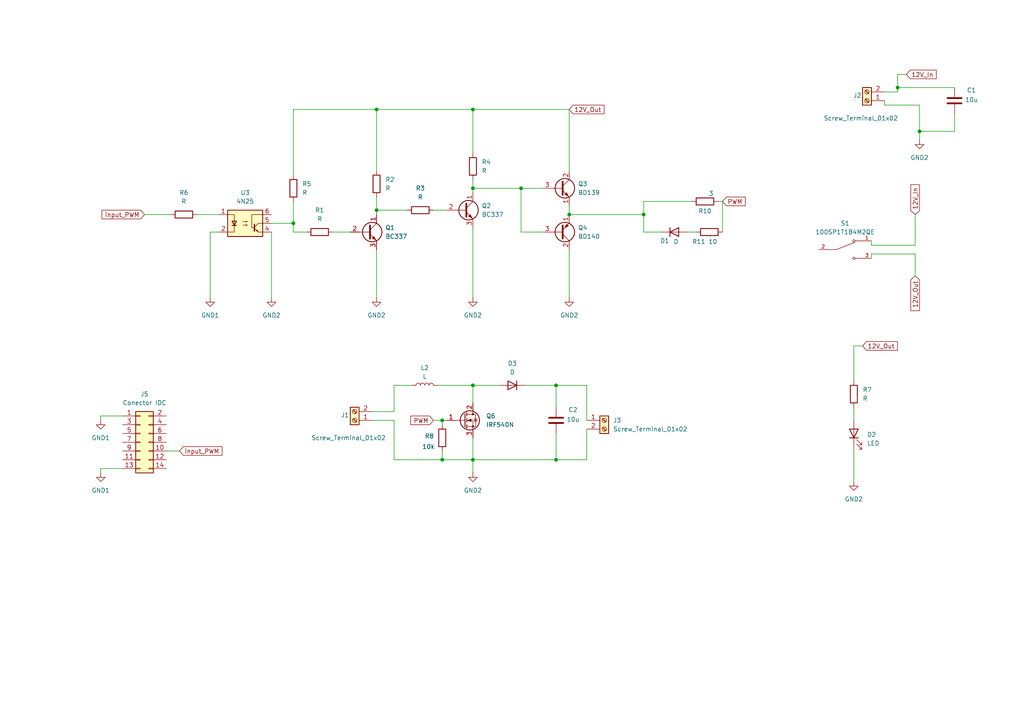
<source format=kicad_sch>
(kicad_sch
	(version 20250114)
	(generator "eeschema")
	(generator_version "9.0")
	(uuid "e41b864f-8cd3-4206-9c0c-bb35865f866b")
	(paper "A4")
	(lib_symbols
		(symbol "100SP1T1B4M2QE:100SP1T1B4M2QE"
			(pin_names
				(offset 1.016)
			)
			(exclude_from_sim no)
			(in_bom yes)
			(on_board yes)
			(property "Reference" "S"
				(at -2.54 5.08 0)
				(effects
					(font
						(size 1.27 1.27)
					)
					(justify left bottom)
				)
			)
			(property "Value" "100SP1T1B4M2QE"
				(at -2.54 -5.08 0)
				(effects
					(font
						(size 1.27 1.27)
					)
					(justify left top)
				)
			)
			(property "Footprint" "100SP1T1B4M2QE:SW_100SP1T1B4M2QE"
				(at 0 0 0)
				(effects
					(font
						(size 1.27 1.27)
					)
					(justify bottom)
					(hide yes)
				)
			)
			(property "Datasheet" ""
				(at 0 0 0)
				(effects
					(font
						(size 1.27 1.27)
					)
					(hide yes)
				)
			)
			(property "Description" ""
				(at 0 0 0)
				(effects
					(font
						(size 1.27 1.27)
					)
					(hide yes)
				)
			)
			(property "MF" "E-Switch"
				(at 0 0 0)
				(effects
					(font
						(size 1.27 1.27)
					)
					(justify bottom)
					(hide yes)
				)
			)
			(property "MAXIMUM_PACKAGE_HEIGHT" "29.68 mm"
				(at 0 0 0)
				(effects
					(font
						(size 1.27 1.27)
					)
					(justify bottom)
					(hide yes)
				)
			)
			(property "Package" "None"
				(at 0 0 0)
				(effects
					(font
						(size 1.27 1.27)
					)
					(justify bottom)
					(hide yes)
				)
			)
			(property "Price" "None"
				(at 0 0 0)
				(effects
					(font
						(size 1.27 1.27)
					)
					(justify bottom)
					(hide yes)
				)
			)
			(property "Check_prices" "https://www.snapeda.com/parts/100SP1T1B4M2QE/E-Switch/view-part/?ref=eda"
				(at 0 0 0)
				(effects
					(font
						(size 1.27 1.27)
					)
					(justify bottom)
					(hide yes)
				)
			)
			(property "STANDARD" "Manufacturer Recommendations"
				(at 0 0 0)
				(effects
					(font
						(size 1.27 1.27)
					)
					(justify bottom)
					(hide yes)
				)
			)
			(property "PARTREV" "E"
				(at 0 0 0)
				(effects
					(font
						(size 1.27 1.27)
					)
					(justify bottom)
					(hide yes)
				)
			)
			(property "SnapEDA_Link" "https://www.snapeda.com/parts/100SP1T1B4M2QE/E-Switch/view-part/?ref=snap"
				(at 0 0 0)
				(effects
					(font
						(size 1.27 1.27)
					)
					(justify bottom)
					(hide yes)
				)
			)
			(property "MP" "100SP1T1B4M2QE"
				(at 0 0 0)
				(effects
					(font
						(size 1.27 1.27)
					)
					(justify bottom)
					(hide yes)
				)
			)
			(property "Description_1" "Interruptores Série 100 - Interruptores de alavanca (Miniatura)"
				(at 0 0 0)
				(effects
					(font
						(size 1.27 1.27)
					)
					(justify bottom)
					(hide yes)
				)
			)
			(property "Availability" "In Stock"
				(at 0 0 0)
				(effects
					(font
						(size 1.27 1.27)
					)
					(justify bottom)
					(hide yes)
				)
			)
			(property "MANUFACTURER" "E-Switch"
				(at 0 0 0)
				(effects
					(font
						(size 1.27 1.27)
					)
					(justify bottom)
					(hide yes)
				)
			)
			(symbol "100SP1T1B4M2QE_0_0"
				(polyline
					(pts
						(xy -2.54 0) (xy -5.08 0)
					)
					(stroke
						(width 0.1524)
						(type default)
					)
					(fill
						(type none)
					)
				)
				(polyline
					(pts
						(xy -2.54 0) (xy 2.794 2.1336)
					)
					(stroke
						(width 0.1524)
						(type default)
					)
					(fill
						(type none)
					)
				)
				(circle
					(center 2.54 2.54)
					(radius 0.3302)
					(stroke
						(width 0.1524)
						(type default)
					)
					(fill
						(type none)
					)
				)
				(circle
					(center 2.54 -2.54)
					(radius 0.3302)
					(stroke
						(width 0.1524)
						(type default)
					)
					(fill
						(type none)
					)
				)
				(polyline
					(pts
						(xy 5.08 2.54) (xy 2.921 2.54)
					)
					(stroke
						(width 0.1524)
						(type default)
					)
					(fill
						(type none)
					)
				)
				(polyline
					(pts
						(xy 5.08 -2.54) (xy 2.921 -2.54)
					)
					(stroke
						(width 0.1524)
						(type default)
					)
					(fill
						(type none)
					)
				)
				(pin passive line
					(at -7.62 0 0)
					(length 2.54)
					(name "~"
						(effects
							(font
								(size 1.016 1.016)
							)
						)
					)
					(number "2"
						(effects
							(font
								(size 1.016 1.016)
							)
						)
					)
				)
				(pin passive line
					(at 7.62 2.54 180)
					(length 2.54)
					(name "~"
						(effects
							(font
								(size 1.016 1.016)
							)
						)
					)
					(number "1"
						(effects
							(font
								(size 1.016 1.016)
							)
						)
					)
				)
				(pin passive line
					(at 7.62 -2.54 180)
					(length 2.54)
					(name "~"
						(effects
							(font
								(size 1.016 1.016)
							)
						)
					)
					(number "3"
						(effects
							(font
								(size 1.016 1.016)
							)
						)
					)
				)
			)
			(embedded_fonts no)
		)
		(symbol "Connector:Screw_Terminal_01x02"
			(pin_names
				(offset 1.016)
				(hide yes)
			)
			(exclude_from_sim no)
			(in_bom yes)
			(on_board yes)
			(property "Reference" "J"
				(at 0 2.54 0)
				(effects
					(font
						(size 1.27 1.27)
					)
				)
			)
			(property "Value" "Screw_Terminal_01x02"
				(at 0 -5.08 0)
				(effects
					(font
						(size 1.27 1.27)
					)
				)
			)
			(property "Footprint" ""
				(at 0 0 0)
				(effects
					(font
						(size 1.27 1.27)
					)
					(hide yes)
				)
			)
			(property "Datasheet" "~"
				(at 0 0 0)
				(effects
					(font
						(size 1.27 1.27)
					)
					(hide yes)
				)
			)
			(property "Description" "Generic screw terminal, single row, 01x02, script generated (kicad-library-utils/schlib/autogen/connector/)"
				(at 0 0 0)
				(effects
					(font
						(size 1.27 1.27)
					)
					(hide yes)
				)
			)
			(property "ki_keywords" "screw terminal"
				(at 0 0 0)
				(effects
					(font
						(size 1.27 1.27)
					)
					(hide yes)
				)
			)
			(property "ki_fp_filters" "TerminalBlock*:*"
				(at 0 0 0)
				(effects
					(font
						(size 1.27 1.27)
					)
					(hide yes)
				)
			)
			(symbol "Screw_Terminal_01x02_1_1"
				(rectangle
					(start -1.27 1.27)
					(end 1.27 -3.81)
					(stroke
						(width 0.254)
						(type default)
					)
					(fill
						(type background)
					)
				)
				(polyline
					(pts
						(xy -0.5334 0.3302) (xy 0.3302 -0.508)
					)
					(stroke
						(width 0.1524)
						(type default)
					)
					(fill
						(type none)
					)
				)
				(polyline
					(pts
						(xy -0.5334 -2.2098) (xy 0.3302 -3.048)
					)
					(stroke
						(width 0.1524)
						(type default)
					)
					(fill
						(type none)
					)
				)
				(polyline
					(pts
						(xy -0.3556 0.508) (xy 0.508 -0.3302)
					)
					(stroke
						(width 0.1524)
						(type default)
					)
					(fill
						(type none)
					)
				)
				(polyline
					(pts
						(xy -0.3556 -2.032) (xy 0.508 -2.8702)
					)
					(stroke
						(width 0.1524)
						(type default)
					)
					(fill
						(type none)
					)
				)
				(circle
					(center 0 0)
					(radius 0.635)
					(stroke
						(width 0.1524)
						(type default)
					)
					(fill
						(type none)
					)
				)
				(circle
					(center 0 -2.54)
					(radius 0.635)
					(stroke
						(width 0.1524)
						(type default)
					)
					(fill
						(type none)
					)
				)
				(pin passive line
					(at -5.08 0 0)
					(length 3.81)
					(name "Pin_1"
						(effects
							(font
								(size 1.27 1.27)
							)
						)
					)
					(number "1"
						(effects
							(font
								(size 1.27 1.27)
							)
						)
					)
				)
				(pin passive line
					(at -5.08 -2.54 0)
					(length 3.81)
					(name "Pin_2"
						(effects
							(font
								(size 1.27 1.27)
							)
						)
					)
					(number "2"
						(effects
							(font
								(size 1.27 1.27)
							)
						)
					)
				)
			)
			(embedded_fonts no)
		)
		(symbol "Connector_Generic:Conn_02x07_Odd_Even"
			(pin_names
				(offset 1.016)
				(hide yes)
			)
			(exclude_from_sim no)
			(in_bom yes)
			(on_board yes)
			(property "Reference" "J"
				(at 1.27 10.16 0)
				(effects
					(font
						(size 1.27 1.27)
					)
				)
			)
			(property "Value" "Conn_02x07_Odd_Even"
				(at 1.27 -10.16 0)
				(effects
					(font
						(size 1.27 1.27)
					)
				)
			)
			(property "Footprint" ""
				(at 0 0 0)
				(effects
					(font
						(size 1.27 1.27)
					)
					(hide yes)
				)
			)
			(property "Datasheet" "~"
				(at 0 0 0)
				(effects
					(font
						(size 1.27 1.27)
					)
					(hide yes)
				)
			)
			(property "Description" "Generic connector, double row, 02x07, odd/even pin numbering scheme (row 1 odd numbers, row 2 even numbers), script generated (kicad-library-utils/schlib/autogen/connector/)"
				(at 0 0 0)
				(effects
					(font
						(size 1.27 1.27)
					)
					(hide yes)
				)
			)
			(property "ki_keywords" "connector"
				(at 0 0 0)
				(effects
					(font
						(size 1.27 1.27)
					)
					(hide yes)
				)
			)
			(property "ki_fp_filters" "Connector*:*_2x??_*"
				(at 0 0 0)
				(effects
					(font
						(size 1.27 1.27)
					)
					(hide yes)
				)
			)
			(symbol "Conn_02x07_Odd_Even_1_1"
				(rectangle
					(start -1.27 8.89)
					(end 3.81 -8.89)
					(stroke
						(width 0.254)
						(type default)
					)
					(fill
						(type background)
					)
				)
				(rectangle
					(start -1.27 7.747)
					(end 0 7.493)
					(stroke
						(width 0.1524)
						(type default)
					)
					(fill
						(type none)
					)
				)
				(rectangle
					(start -1.27 5.207)
					(end 0 4.953)
					(stroke
						(width 0.1524)
						(type default)
					)
					(fill
						(type none)
					)
				)
				(rectangle
					(start -1.27 2.667)
					(end 0 2.413)
					(stroke
						(width 0.1524)
						(type default)
					)
					(fill
						(type none)
					)
				)
				(rectangle
					(start -1.27 0.127)
					(end 0 -0.127)
					(stroke
						(width 0.1524)
						(type default)
					)
					(fill
						(type none)
					)
				)
				(rectangle
					(start -1.27 -2.413)
					(end 0 -2.667)
					(stroke
						(width 0.1524)
						(type default)
					)
					(fill
						(type none)
					)
				)
				(rectangle
					(start -1.27 -4.953)
					(end 0 -5.207)
					(stroke
						(width 0.1524)
						(type default)
					)
					(fill
						(type none)
					)
				)
				(rectangle
					(start -1.27 -7.493)
					(end 0 -7.747)
					(stroke
						(width 0.1524)
						(type default)
					)
					(fill
						(type none)
					)
				)
				(rectangle
					(start 3.81 7.747)
					(end 2.54 7.493)
					(stroke
						(width 0.1524)
						(type default)
					)
					(fill
						(type none)
					)
				)
				(rectangle
					(start 3.81 5.207)
					(end 2.54 4.953)
					(stroke
						(width 0.1524)
						(type default)
					)
					(fill
						(type none)
					)
				)
				(rectangle
					(start 3.81 2.667)
					(end 2.54 2.413)
					(stroke
						(width 0.1524)
						(type default)
					)
					(fill
						(type none)
					)
				)
				(rectangle
					(start 3.81 0.127)
					(end 2.54 -0.127)
					(stroke
						(width 0.1524)
						(type default)
					)
					(fill
						(type none)
					)
				)
				(rectangle
					(start 3.81 -2.413)
					(end 2.54 -2.667)
					(stroke
						(width 0.1524)
						(type default)
					)
					(fill
						(type none)
					)
				)
				(rectangle
					(start 3.81 -4.953)
					(end 2.54 -5.207)
					(stroke
						(width 0.1524)
						(type default)
					)
					(fill
						(type none)
					)
				)
				(rectangle
					(start 3.81 -7.493)
					(end 2.54 -7.747)
					(stroke
						(width 0.1524)
						(type default)
					)
					(fill
						(type none)
					)
				)
				(pin passive line
					(at -5.08 7.62 0)
					(length 3.81)
					(name "Pin_1"
						(effects
							(font
								(size 1.27 1.27)
							)
						)
					)
					(number "1"
						(effects
							(font
								(size 1.27 1.27)
							)
						)
					)
				)
				(pin passive line
					(at -5.08 5.08 0)
					(length 3.81)
					(name "Pin_3"
						(effects
							(font
								(size 1.27 1.27)
							)
						)
					)
					(number "3"
						(effects
							(font
								(size 1.27 1.27)
							)
						)
					)
				)
				(pin passive line
					(at -5.08 2.54 0)
					(length 3.81)
					(name "Pin_5"
						(effects
							(font
								(size 1.27 1.27)
							)
						)
					)
					(number "5"
						(effects
							(font
								(size 1.27 1.27)
							)
						)
					)
				)
				(pin passive line
					(at -5.08 0 0)
					(length 3.81)
					(name "Pin_7"
						(effects
							(font
								(size 1.27 1.27)
							)
						)
					)
					(number "7"
						(effects
							(font
								(size 1.27 1.27)
							)
						)
					)
				)
				(pin passive line
					(at -5.08 -2.54 0)
					(length 3.81)
					(name "Pin_9"
						(effects
							(font
								(size 1.27 1.27)
							)
						)
					)
					(number "9"
						(effects
							(font
								(size 1.27 1.27)
							)
						)
					)
				)
				(pin passive line
					(at -5.08 -5.08 0)
					(length 3.81)
					(name "Pin_11"
						(effects
							(font
								(size 1.27 1.27)
							)
						)
					)
					(number "11"
						(effects
							(font
								(size 1.27 1.27)
							)
						)
					)
				)
				(pin passive line
					(at -5.08 -7.62 0)
					(length 3.81)
					(name "Pin_13"
						(effects
							(font
								(size 1.27 1.27)
							)
						)
					)
					(number "13"
						(effects
							(font
								(size 1.27 1.27)
							)
						)
					)
				)
				(pin passive line
					(at 7.62 7.62 180)
					(length 3.81)
					(name "Pin_2"
						(effects
							(font
								(size 1.27 1.27)
							)
						)
					)
					(number "2"
						(effects
							(font
								(size 1.27 1.27)
							)
						)
					)
				)
				(pin passive line
					(at 7.62 5.08 180)
					(length 3.81)
					(name "Pin_4"
						(effects
							(font
								(size 1.27 1.27)
							)
						)
					)
					(number "4"
						(effects
							(font
								(size 1.27 1.27)
							)
						)
					)
				)
				(pin passive line
					(at 7.62 2.54 180)
					(length 3.81)
					(name "Pin_6"
						(effects
							(font
								(size 1.27 1.27)
							)
						)
					)
					(number "6"
						(effects
							(font
								(size 1.27 1.27)
							)
						)
					)
				)
				(pin passive line
					(at 7.62 0 180)
					(length 3.81)
					(name "Pin_8"
						(effects
							(font
								(size 1.27 1.27)
							)
						)
					)
					(number "8"
						(effects
							(font
								(size 1.27 1.27)
							)
						)
					)
				)
				(pin passive line
					(at 7.62 -2.54 180)
					(length 3.81)
					(name "Pin_10"
						(effects
							(font
								(size 1.27 1.27)
							)
						)
					)
					(number "10"
						(effects
							(font
								(size 1.27 1.27)
							)
						)
					)
				)
				(pin passive line
					(at 7.62 -5.08 180)
					(length 3.81)
					(name "Pin_12"
						(effects
							(font
								(size 1.27 1.27)
							)
						)
					)
					(number "12"
						(effects
							(font
								(size 1.27 1.27)
							)
						)
					)
				)
				(pin passive line
					(at 7.62 -7.62 180)
					(length 3.81)
					(name "Pin_14"
						(effects
							(font
								(size 1.27 1.27)
							)
						)
					)
					(number "14"
						(effects
							(font
								(size 1.27 1.27)
							)
						)
					)
				)
			)
			(embedded_fonts no)
		)
		(symbol "Device:C"
			(pin_numbers
				(hide yes)
			)
			(pin_names
				(offset 0.254)
			)
			(exclude_from_sim no)
			(in_bom yes)
			(on_board yes)
			(property "Reference" "C"
				(at 0.635 2.54 0)
				(effects
					(font
						(size 1.27 1.27)
					)
					(justify left)
				)
			)
			(property "Value" "C"
				(at 0.635 -2.54 0)
				(effects
					(font
						(size 1.27 1.27)
					)
					(justify left)
				)
			)
			(property "Footprint" ""
				(at 0.9652 -3.81 0)
				(effects
					(font
						(size 1.27 1.27)
					)
					(hide yes)
				)
			)
			(property "Datasheet" "~"
				(at 0 0 0)
				(effects
					(font
						(size 1.27 1.27)
					)
					(hide yes)
				)
			)
			(property "Description" "Unpolarized capacitor"
				(at 0 0 0)
				(effects
					(font
						(size 1.27 1.27)
					)
					(hide yes)
				)
			)
			(property "ki_keywords" "cap capacitor"
				(at 0 0 0)
				(effects
					(font
						(size 1.27 1.27)
					)
					(hide yes)
				)
			)
			(property "ki_fp_filters" "C_*"
				(at 0 0 0)
				(effects
					(font
						(size 1.27 1.27)
					)
					(hide yes)
				)
			)
			(symbol "C_0_1"
				(polyline
					(pts
						(xy -2.032 0.762) (xy 2.032 0.762)
					)
					(stroke
						(width 0.508)
						(type default)
					)
					(fill
						(type none)
					)
				)
				(polyline
					(pts
						(xy -2.032 -0.762) (xy 2.032 -0.762)
					)
					(stroke
						(width 0.508)
						(type default)
					)
					(fill
						(type none)
					)
				)
			)
			(symbol "C_1_1"
				(pin passive line
					(at 0 3.81 270)
					(length 2.794)
					(name "~"
						(effects
							(font
								(size 1.27 1.27)
							)
						)
					)
					(number "1"
						(effects
							(font
								(size 1.27 1.27)
							)
						)
					)
				)
				(pin passive line
					(at 0 -3.81 90)
					(length 2.794)
					(name "~"
						(effects
							(font
								(size 1.27 1.27)
							)
						)
					)
					(number "2"
						(effects
							(font
								(size 1.27 1.27)
							)
						)
					)
				)
			)
			(embedded_fonts no)
		)
		(symbol "Device:D"
			(pin_numbers
				(hide yes)
			)
			(pin_names
				(offset 1.016)
				(hide yes)
			)
			(exclude_from_sim no)
			(in_bom yes)
			(on_board yes)
			(property "Reference" "D"
				(at 0 2.54 0)
				(effects
					(font
						(size 1.27 1.27)
					)
				)
			)
			(property "Value" "D"
				(at 0 -2.54 0)
				(effects
					(font
						(size 1.27 1.27)
					)
				)
			)
			(property "Footprint" ""
				(at 0 0 0)
				(effects
					(font
						(size 1.27 1.27)
					)
					(hide yes)
				)
			)
			(property "Datasheet" "~"
				(at 0 0 0)
				(effects
					(font
						(size 1.27 1.27)
					)
					(hide yes)
				)
			)
			(property "Description" "Diode"
				(at 0 0 0)
				(effects
					(font
						(size 1.27 1.27)
					)
					(hide yes)
				)
			)
			(property "Sim.Device" "D"
				(at 0 0 0)
				(effects
					(font
						(size 1.27 1.27)
					)
					(hide yes)
				)
			)
			(property "Sim.Pins" "1=K 2=A"
				(at 0 0 0)
				(effects
					(font
						(size 1.27 1.27)
					)
					(hide yes)
				)
			)
			(property "ki_keywords" "diode"
				(at 0 0 0)
				(effects
					(font
						(size 1.27 1.27)
					)
					(hide yes)
				)
			)
			(property "ki_fp_filters" "TO-???* *_Diode_* *SingleDiode* D_*"
				(at 0 0 0)
				(effects
					(font
						(size 1.27 1.27)
					)
					(hide yes)
				)
			)
			(symbol "D_0_1"
				(polyline
					(pts
						(xy -1.27 1.27) (xy -1.27 -1.27)
					)
					(stroke
						(width 0.254)
						(type default)
					)
					(fill
						(type none)
					)
				)
				(polyline
					(pts
						(xy 1.27 1.27) (xy 1.27 -1.27) (xy -1.27 0) (xy 1.27 1.27)
					)
					(stroke
						(width 0.254)
						(type default)
					)
					(fill
						(type none)
					)
				)
				(polyline
					(pts
						(xy 1.27 0) (xy -1.27 0)
					)
					(stroke
						(width 0)
						(type default)
					)
					(fill
						(type none)
					)
				)
			)
			(symbol "D_1_1"
				(pin passive line
					(at -3.81 0 0)
					(length 2.54)
					(name "K"
						(effects
							(font
								(size 1.27 1.27)
							)
						)
					)
					(number "1"
						(effects
							(font
								(size 1.27 1.27)
							)
						)
					)
				)
				(pin passive line
					(at 3.81 0 180)
					(length 2.54)
					(name "A"
						(effects
							(font
								(size 1.27 1.27)
							)
						)
					)
					(number "2"
						(effects
							(font
								(size 1.27 1.27)
							)
						)
					)
				)
			)
			(embedded_fonts no)
		)
		(symbol "Device:L"
			(pin_numbers
				(hide yes)
			)
			(pin_names
				(offset 1.016)
				(hide yes)
			)
			(exclude_from_sim no)
			(in_bom yes)
			(on_board yes)
			(property "Reference" "L"
				(at -1.27 0 90)
				(effects
					(font
						(size 1.27 1.27)
					)
				)
			)
			(property "Value" "L"
				(at 1.905 0 90)
				(effects
					(font
						(size 1.27 1.27)
					)
				)
			)
			(property "Footprint" ""
				(at 0 0 0)
				(effects
					(font
						(size 1.27 1.27)
					)
					(hide yes)
				)
			)
			(property "Datasheet" "~"
				(at 0 0 0)
				(effects
					(font
						(size 1.27 1.27)
					)
					(hide yes)
				)
			)
			(property "Description" "Inductor"
				(at 0 0 0)
				(effects
					(font
						(size 1.27 1.27)
					)
					(hide yes)
				)
			)
			(property "ki_keywords" "inductor choke coil reactor magnetic"
				(at 0 0 0)
				(effects
					(font
						(size 1.27 1.27)
					)
					(hide yes)
				)
			)
			(property "ki_fp_filters" "Choke_* *Coil* Inductor_* L_*"
				(at 0 0 0)
				(effects
					(font
						(size 1.27 1.27)
					)
					(hide yes)
				)
			)
			(symbol "L_0_1"
				(arc
					(start 0 2.54)
					(mid 0.6323 1.905)
					(end 0 1.27)
					(stroke
						(width 0)
						(type default)
					)
					(fill
						(type none)
					)
				)
				(arc
					(start 0 1.27)
					(mid 0.6323 0.635)
					(end 0 0)
					(stroke
						(width 0)
						(type default)
					)
					(fill
						(type none)
					)
				)
				(arc
					(start 0 0)
					(mid 0.6323 -0.635)
					(end 0 -1.27)
					(stroke
						(width 0)
						(type default)
					)
					(fill
						(type none)
					)
				)
				(arc
					(start 0 -1.27)
					(mid 0.6323 -1.905)
					(end 0 -2.54)
					(stroke
						(width 0)
						(type default)
					)
					(fill
						(type none)
					)
				)
			)
			(symbol "L_1_1"
				(pin passive line
					(at 0 3.81 270)
					(length 1.27)
					(name "1"
						(effects
							(font
								(size 1.27 1.27)
							)
						)
					)
					(number "1"
						(effects
							(font
								(size 1.27 1.27)
							)
						)
					)
				)
				(pin passive line
					(at 0 -3.81 90)
					(length 1.27)
					(name "2"
						(effects
							(font
								(size 1.27 1.27)
							)
						)
					)
					(number "2"
						(effects
							(font
								(size 1.27 1.27)
							)
						)
					)
				)
			)
			(embedded_fonts no)
		)
		(symbol "Device:LED"
			(pin_numbers
				(hide yes)
			)
			(pin_names
				(offset 1.016)
				(hide yes)
			)
			(exclude_from_sim no)
			(in_bom yes)
			(on_board yes)
			(property "Reference" "D"
				(at 0 2.54 0)
				(effects
					(font
						(size 1.27 1.27)
					)
				)
			)
			(property "Value" "LED"
				(at 0 -2.54 0)
				(effects
					(font
						(size 1.27 1.27)
					)
				)
			)
			(property "Footprint" ""
				(at 0 0 0)
				(effects
					(font
						(size 1.27 1.27)
					)
					(hide yes)
				)
			)
			(property "Datasheet" "~"
				(at 0 0 0)
				(effects
					(font
						(size 1.27 1.27)
					)
					(hide yes)
				)
			)
			(property "Description" "Light emitting diode"
				(at 0 0 0)
				(effects
					(font
						(size 1.27 1.27)
					)
					(hide yes)
				)
			)
			(property "Sim.Pins" "1=K 2=A"
				(at 0 0 0)
				(effects
					(font
						(size 1.27 1.27)
					)
					(hide yes)
				)
			)
			(property "ki_keywords" "LED diode"
				(at 0 0 0)
				(effects
					(font
						(size 1.27 1.27)
					)
					(hide yes)
				)
			)
			(property "ki_fp_filters" "LED* LED_SMD:* LED_THT:*"
				(at 0 0 0)
				(effects
					(font
						(size 1.27 1.27)
					)
					(hide yes)
				)
			)
			(symbol "LED_0_1"
				(polyline
					(pts
						(xy -3.048 -0.762) (xy -4.572 -2.286) (xy -3.81 -2.286) (xy -4.572 -2.286) (xy -4.572 -1.524)
					)
					(stroke
						(width 0)
						(type default)
					)
					(fill
						(type none)
					)
				)
				(polyline
					(pts
						(xy -1.778 -0.762) (xy -3.302 -2.286) (xy -2.54 -2.286) (xy -3.302 -2.286) (xy -3.302 -1.524)
					)
					(stroke
						(width 0)
						(type default)
					)
					(fill
						(type none)
					)
				)
				(polyline
					(pts
						(xy -1.27 0) (xy 1.27 0)
					)
					(stroke
						(width 0)
						(type default)
					)
					(fill
						(type none)
					)
				)
				(polyline
					(pts
						(xy -1.27 -1.27) (xy -1.27 1.27)
					)
					(stroke
						(width 0.254)
						(type default)
					)
					(fill
						(type none)
					)
				)
				(polyline
					(pts
						(xy 1.27 -1.27) (xy 1.27 1.27) (xy -1.27 0) (xy 1.27 -1.27)
					)
					(stroke
						(width 0.254)
						(type default)
					)
					(fill
						(type none)
					)
				)
			)
			(symbol "LED_1_1"
				(pin passive line
					(at -3.81 0 0)
					(length 2.54)
					(name "K"
						(effects
							(font
								(size 1.27 1.27)
							)
						)
					)
					(number "1"
						(effects
							(font
								(size 1.27 1.27)
							)
						)
					)
				)
				(pin passive line
					(at 3.81 0 180)
					(length 2.54)
					(name "A"
						(effects
							(font
								(size 1.27 1.27)
							)
						)
					)
					(number "2"
						(effects
							(font
								(size 1.27 1.27)
							)
						)
					)
				)
			)
			(embedded_fonts no)
		)
		(symbol "Device:R"
			(pin_numbers
				(hide yes)
			)
			(pin_names
				(offset 0)
			)
			(exclude_from_sim no)
			(in_bom yes)
			(on_board yes)
			(property "Reference" "R"
				(at 2.032 0 90)
				(effects
					(font
						(size 1.27 1.27)
					)
				)
			)
			(property "Value" "R"
				(at 0 0 90)
				(effects
					(font
						(size 1.27 1.27)
					)
				)
			)
			(property "Footprint" ""
				(at -1.778 0 90)
				(effects
					(font
						(size 1.27 1.27)
					)
					(hide yes)
				)
			)
			(property "Datasheet" "~"
				(at 0 0 0)
				(effects
					(font
						(size 1.27 1.27)
					)
					(hide yes)
				)
			)
			(property "Description" "Resistor"
				(at 0 0 0)
				(effects
					(font
						(size 1.27 1.27)
					)
					(hide yes)
				)
			)
			(property "ki_keywords" "R res resistor"
				(at 0 0 0)
				(effects
					(font
						(size 1.27 1.27)
					)
					(hide yes)
				)
			)
			(property "ki_fp_filters" "R_*"
				(at 0 0 0)
				(effects
					(font
						(size 1.27 1.27)
					)
					(hide yes)
				)
			)
			(symbol "R_0_1"
				(rectangle
					(start -1.016 -2.54)
					(end 1.016 2.54)
					(stroke
						(width 0.254)
						(type default)
					)
					(fill
						(type none)
					)
				)
			)
			(symbol "R_1_1"
				(pin passive line
					(at 0 3.81 270)
					(length 1.27)
					(name "~"
						(effects
							(font
								(size 1.27 1.27)
							)
						)
					)
					(number "1"
						(effects
							(font
								(size 1.27 1.27)
							)
						)
					)
				)
				(pin passive line
					(at 0 -3.81 90)
					(length 1.27)
					(name "~"
						(effects
							(font
								(size 1.27 1.27)
							)
						)
					)
					(number "2"
						(effects
							(font
								(size 1.27 1.27)
							)
						)
					)
				)
			)
			(embedded_fonts no)
		)
		(symbol "Isolator:4N25"
			(pin_names
				(offset 1.016)
			)
			(exclude_from_sim no)
			(in_bom yes)
			(on_board yes)
			(property "Reference" "U"
				(at -5.08 5.08 0)
				(effects
					(font
						(size 1.27 1.27)
					)
					(justify left)
				)
			)
			(property "Value" "4N25"
				(at 0 5.08 0)
				(effects
					(font
						(size 1.27 1.27)
					)
					(justify left)
				)
			)
			(property "Footprint" "Package_DIP:DIP-6_W7.62mm"
				(at -5.08 -5.08 0)
				(effects
					(font
						(size 1.27 1.27)
						(italic yes)
					)
					(justify left)
					(hide yes)
				)
			)
			(property "Datasheet" "https://www.vishay.com/docs/83725/4n25.pdf"
				(at 0 0 0)
				(effects
					(font
						(size 1.27 1.27)
					)
					(justify left)
					(hide yes)
				)
			)
			(property "Description" "DC Optocoupler Base Connected, Vce 30V, CTR 20%, Viso 2500V, DIP6"
				(at 0 0 0)
				(effects
					(font
						(size 1.27 1.27)
					)
					(hide yes)
				)
			)
			(property "ki_keywords" "NPN DC Optocoupler Base Connected"
				(at 0 0 0)
				(effects
					(font
						(size 1.27 1.27)
					)
					(hide yes)
				)
			)
			(property "ki_fp_filters" "DIP*W7.62mm*"
				(at 0 0 0)
				(effects
					(font
						(size 1.27 1.27)
					)
					(hide yes)
				)
			)
			(symbol "4N25_0_1"
				(rectangle
					(start -5.08 3.81)
					(end 5.08 -3.81)
					(stroke
						(width 0.254)
						(type default)
					)
					(fill
						(type background)
					)
				)
				(polyline
					(pts
						(xy -5.08 -2.54) (xy -3.175 -2.54) (xy -3.175 2.54) (xy -5.08 2.54)
					)
					(stroke
						(width 0)
						(type default)
					)
					(fill
						(type none)
					)
				)
				(polyline
					(pts
						(xy -3.81 -0.635) (xy -2.54 -0.635)
					)
					(stroke
						(width 0.254)
						(type default)
					)
					(fill
						(type none)
					)
				)
				(polyline
					(pts
						(xy -3.175 -0.635) (xy -3.81 0.635) (xy -2.54 0.635) (xy -3.175 -0.635)
					)
					(stroke
						(width 0.254)
						(type default)
					)
					(fill
						(type none)
					)
				)
				(polyline
					(pts
						(xy -0.635 0.508) (xy 0.635 0.508) (xy 0.254 0.381) (xy 0.254 0.635) (xy 0.635 0.508)
					)
					(stroke
						(width 0)
						(type default)
					)
					(fill
						(type none)
					)
				)
				(polyline
					(pts
						(xy -0.635 -0.508) (xy 0.635 -0.508) (xy 0.254 -0.635) (xy 0.254 -0.381) (xy 0.635 -0.508)
					)
					(stroke
						(width 0)
						(type default)
					)
					(fill
						(type none)
					)
				)
				(polyline
					(pts
						(xy 2.667 -0.254) (xy 2.667 -2.286) (xy 2.667 -2.286)
					)
					(stroke
						(width 0.3556)
						(type default)
					)
					(fill
						(type none)
					)
				)
				(polyline
					(pts
						(xy 2.667 -1.143) (xy 3.81 0)
					)
					(stroke
						(width 0)
						(type default)
					)
					(fill
						(type none)
					)
				)
				(polyline
					(pts
						(xy 2.667 -1.397) (xy 3.81 -2.54)
					)
					(stroke
						(width 0)
						(type default)
					)
					(fill
						(type none)
					)
				)
				(polyline
					(pts
						(xy 3.683 -2.413) (xy 3.429 -1.905) (xy 3.175 -2.159) (xy 3.683 -2.413)
					)
					(stroke
						(width 0)
						(type default)
					)
					(fill
						(type none)
					)
				)
				(polyline
					(pts
						(xy 3.81 0) (xy 5.08 0)
					)
					(stroke
						(width 0)
						(type default)
					)
					(fill
						(type none)
					)
				)
				(polyline
					(pts
						(xy 3.81 -2.54) (xy 5.08 -2.54)
					)
					(stroke
						(width 0)
						(type default)
					)
					(fill
						(type none)
					)
				)
				(polyline
					(pts
						(xy 5.08 2.54) (xy 1.905 2.54) (xy 1.905 -1.27) (xy 2.54 -1.27)
					)
					(stroke
						(width 0)
						(type default)
					)
					(fill
						(type none)
					)
				)
			)
			(symbol "4N25_1_1"
				(pin passive line
					(at -7.62 2.54 0)
					(length 2.54)
					(name "~"
						(effects
							(font
								(size 1.27 1.27)
							)
						)
					)
					(number "1"
						(effects
							(font
								(size 1.27 1.27)
							)
						)
					)
				)
				(pin passive line
					(at -7.62 -2.54 0)
					(length 2.54)
					(name "~"
						(effects
							(font
								(size 1.27 1.27)
							)
						)
					)
					(number "2"
						(effects
							(font
								(size 1.27 1.27)
							)
						)
					)
				)
				(pin no_connect line
					(at -5.08 0 0)
					(length 2.54)
					(hide yes)
					(name "NC"
						(effects
							(font
								(size 1.27 1.27)
							)
						)
					)
					(number "3"
						(effects
							(font
								(size 1.27 1.27)
							)
						)
					)
				)
				(pin passive line
					(at 7.62 2.54 180)
					(length 2.54)
					(name "~"
						(effects
							(font
								(size 1.27 1.27)
							)
						)
					)
					(number "6"
						(effects
							(font
								(size 1.27 1.27)
							)
						)
					)
				)
				(pin passive line
					(at 7.62 0 180)
					(length 2.54)
					(name "~"
						(effects
							(font
								(size 1.27 1.27)
							)
						)
					)
					(number "5"
						(effects
							(font
								(size 1.27 1.27)
							)
						)
					)
				)
				(pin passive line
					(at 7.62 -2.54 180)
					(length 2.54)
					(name "~"
						(effects
							(font
								(size 1.27 1.27)
							)
						)
					)
					(number "4"
						(effects
							(font
								(size 1.27 1.27)
							)
						)
					)
				)
			)
			(embedded_fonts no)
		)
		(symbol "Transistor_BJT:BC337"
			(pin_names
				(offset 0)
				(hide yes)
			)
			(exclude_from_sim no)
			(in_bom yes)
			(on_board yes)
			(property "Reference" "Q"
				(at 5.08 1.905 0)
				(effects
					(font
						(size 1.27 1.27)
					)
					(justify left)
				)
			)
			(property "Value" "BC337"
				(at 5.08 0 0)
				(effects
					(font
						(size 1.27 1.27)
					)
					(justify left)
				)
			)
			(property "Footprint" "Package_TO_SOT_THT:TO-92_Inline"
				(at 5.08 -1.905 0)
				(effects
					(font
						(size 1.27 1.27)
						(italic yes)
					)
					(justify left)
					(hide yes)
				)
			)
			(property "Datasheet" "https://diotec.com/tl_files/diotec/files/pdf/datasheets/bc337.pdf"
				(at 0 0 0)
				(effects
					(font
						(size 1.27 1.27)
					)
					(justify left)
					(hide yes)
				)
			)
			(property "Description" "0.8A Ic, 45V Vce, NPN Transistor, TO-92"
				(at 0 0 0)
				(effects
					(font
						(size 1.27 1.27)
					)
					(hide yes)
				)
			)
			(property "ki_keywords" "NPN Transistor"
				(at 0 0 0)
				(effects
					(font
						(size 1.27 1.27)
					)
					(hide yes)
				)
			)
			(property "ki_fp_filters" "TO?92*"
				(at 0 0 0)
				(effects
					(font
						(size 1.27 1.27)
					)
					(hide yes)
				)
			)
			(symbol "BC337_0_1"
				(polyline
					(pts
						(xy -2.54 0) (xy 0.635 0)
					)
					(stroke
						(width 0)
						(type default)
					)
					(fill
						(type none)
					)
				)
				(polyline
					(pts
						(xy 0.635 1.905) (xy 0.635 -1.905)
					)
					(stroke
						(width 0.508)
						(type default)
					)
					(fill
						(type none)
					)
				)
				(circle
					(center 1.27 0)
					(radius 2.8194)
					(stroke
						(width 0.254)
						(type default)
					)
					(fill
						(type none)
					)
				)
			)
			(symbol "BC337_1_1"
				(polyline
					(pts
						(xy 0.635 0.635) (xy 2.54 2.54)
					)
					(stroke
						(width 0)
						(type default)
					)
					(fill
						(type none)
					)
				)
				(polyline
					(pts
						(xy 0.635 -0.635) (xy 2.54 -2.54)
					)
					(stroke
						(width 0)
						(type default)
					)
					(fill
						(type none)
					)
				)
				(polyline
					(pts
						(xy 1.27 -1.778) (xy 1.778 -1.27) (xy 2.286 -2.286) (xy 1.27 -1.778)
					)
					(stroke
						(width 0)
						(type default)
					)
					(fill
						(type outline)
					)
				)
				(pin input line
					(at -5.08 0 0)
					(length 2.54)
					(name "B"
						(effects
							(font
								(size 1.27 1.27)
							)
						)
					)
					(number "2"
						(effects
							(font
								(size 1.27 1.27)
							)
						)
					)
				)
				(pin passive line
					(at 2.54 5.08 270)
					(length 2.54)
					(name "C"
						(effects
							(font
								(size 1.27 1.27)
							)
						)
					)
					(number "1"
						(effects
							(font
								(size 1.27 1.27)
							)
						)
					)
				)
				(pin passive line
					(at 2.54 -5.08 90)
					(length 2.54)
					(name "E"
						(effects
							(font
								(size 1.27 1.27)
							)
						)
					)
					(number "3"
						(effects
							(font
								(size 1.27 1.27)
							)
						)
					)
				)
			)
			(embedded_fonts no)
		)
		(symbol "Transistor_BJT:BD139"
			(pin_names
				(offset 0)
				(hide yes)
			)
			(exclude_from_sim no)
			(in_bom yes)
			(on_board yes)
			(property "Reference" "Q"
				(at 5.08 1.905 0)
				(effects
					(font
						(size 1.27 1.27)
					)
					(justify left)
				)
			)
			(property "Value" "BD139"
				(at 5.08 0 0)
				(effects
					(font
						(size 1.27 1.27)
					)
					(justify left)
				)
			)
			(property "Footprint" "Package_TO_SOT_THT:TO-126-3_Vertical"
				(at 5.08 -1.905 0)
				(effects
					(font
						(size 1.27 1.27)
						(italic yes)
					)
					(justify left)
					(hide yes)
				)
			)
			(property "Datasheet" "http://www.st.com/internet/com/TECHNICAL_RESOURCES/TECHNICAL_LITERATURE/DATASHEET/CD00001225.pdf"
				(at 0 0 0)
				(effects
					(font
						(size 1.27 1.27)
					)
					(justify left)
					(hide yes)
				)
			)
			(property "Description" "1.5A Ic, 80V Vce, Low Voltage Transistor, TO-126"
				(at 0 0 0)
				(effects
					(font
						(size 1.27 1.27)
					)
					(hide yes)
				)
			)
			(property "ki_keywords" "Low Voltage Transistor"
				(at 0 0 0)
				(effects
					(font
						(size 1.27 1.27)
					)
					(hide yes)
				)
			)
			(property "ki_fp_filters" "TO?126*"
				(at 0 0 0)
				(effects
					(font
						(size 1.27 1.27)
					)
					(hide yes)
				)
			)
			(symbol "BD139_0_1"
				(polyline
					(pts
						(xy -2.54 0) (xy 0.635 0)
					)
					(stroke
						(width 0)
						(type default)
					)
					(fill
						(type none)
					)
				)
				(polyline
					(pts
						(xy 0.635 1.905) (xy 0.635 -1.905)
					)
					(stroke
						(width 0.508)
						(type default)
					)
					(fill
						(type none)
					)
				)
				(circle
					(center 1.27 0)
					(radius 2.8194)
					(stroke
						(width 0.254)
						(type default)
					)
					(fill
						(type none)
					)
				)
			)
			(symbol "BD139_1_1"
				(polyline
					(pts
						(xy 0.635 0.635) (xy 2.54 2.54)
					)
					(stroke
						(width 0)
						(type default)
					)
					(fill
						(type none)
					)
				)
				(polyline
					(pts
						(xy 0.635 -0.635) (xy 2.54 -2.54)
					)
					(stroke
						(width 0)
						(type default)
					)
					(fill
						(type none)
					)
				)
				(polyline
					(pts
						(xy 1.27 -1.778) (xy 1.778 -1.27) (xy 2.286 -2.286) (xy 1.27 -1.778)
					)
					(stroke
						(width 0)
						(type default)
					)
					(fill
						(type outline)
					)
				)
				(pin input line
					(at -5.08 0 0)
					(length 2.54)
					(name "B"
						(effects
							(font
								(size 1.27 1.27)
							)
						)
					)
					(number "3"
						(effects
							(font
								(size 1.27 1.27)
							)
						)
					)
				)
				(pin passive line
					(at 2.54 5.08 270)
					(length 2.54)
					(name "C"
						(effects
							(font
								(size 1.27 1.27)
							)
						)
					)
					(number "2"
						(effects
							(font
								(size 1.27 1.27)
							)
						)
					)
				)
				(pin passive line
					(at 2.54 -5.08 90)
					(length 2.54)
					(name "E"
						(effects
							(font
								(size 1.27 1.27)
							)
						)
					)
					(number "1"
						(effects
							(font
								(size 1.27 1.27)
							)
						)
					)
				)
			)
			(embedded_fonts no)
		)
		(symbol "Transistor_BJT:BD140"
			(pin_names
				(offset 0)
				(hide yes)
			)
			(exclude_from_sim no)
			(in_bom yes)
			(on_board yes)
			(property "Reference" "Q"
				(at 5.08 1.905 0)
				(effects
					(font
						(size 1.27 1.27)
					)
					(justify left)
				)
			)
			(property "Value" "BD140"
				(at 5.08 0 0)
				(effects
					(font
						(size 1.27 1.27)
					)
					(justify left)
				)
			)
			(property "Footprint" "Package_TO_SOT_THT:TO-126-3_Vertical"
				(at 5.08 -1.905 0)
				(effects
					(font
						(size 1.27 1.27)
						(italic yes)
					)
					(justify left)
					(hide yes)
				)
			)
			(property "Datasheet" "http://www.st.com/internet/com/TECHNICAL_RESOURCES/TECHNICAL_LITERATURE/DATASHEET/CD00001225.pdf"
				(at 0 0 0)
				(effects
					(font
						(size 1.27 1.27)
					)
					(justify left)
					(hide yes)
				)
			)
			(property "Description" "1.5A Ic, 80V Vce, Low Voltage Transistor, TO-126"
				(at 0 0 0)
				(effects
					(font
						(size 1.27 1.27)
					)
					(hide yes)
				)
			)
			(property "ki_keywords" "Low Voltage Transistor"
				(at 0 0 0)
				(effects
					(font
						(size 1.27 1.27)
					)
					(hide yes)
				)
			)
			(property "ki_fp_filters" "TO?126*"
				(at 0 0 0)
				(effects
					(font
						(size 1.27 1.27)
					)
					(hide yes)
				)
			)
			(symbol "BD140_0_1"
				(polyline
					(pts
						(xy -2.54 0) (xy 0.635 0)
					)
					(stroke
						(width 0)
						(type default)
					)
					(fill
						(type none)
					)
				)
				(polyline
					(pts
						(xy 0.635 1.905) (xy 0.635 -1.905)
					)
					(stroke
						(width 0.508)
						(type default)
					)
					(fill
						(type none)
					)
				)
				(polyline
					(pts
						(xy 0.635 0.635) (xy 2.54 2.54)
					)
					(stroke
						(width 0)
						(type default)
					)
					(fill
						(type none)
					)
				)
				(polyline
					(pts
						(xy 0.635 -0.635) (xy 2.54 -2.54)
					)
					(stroke
						(width 0)
						(type default)
					)
					(fill
						(type none)
					)
				)
				(circle
					(center 1.27 0)
					(radius 2.8194)
					(stroke
						(width 0.254)
						(type default)
					)
					(fill
						(type none)
					)
				)
				(polyline
					(pts
						(xy 2.286 -1.778) (xy 1.778 -2.286) (xy 1.27 -1.27) (xy 2.286 -1.778)
					)
					(stroke
						(width 0)
						(type default)
					)
					(fill
						(type outline)
					)
				)
			)
			(symbol "BD140_1_1"
				(pin input line
					(at -5.08 0 0)
					(length 2.54)
					(name "B"
						(effects
							(font
								(size 1.27 1.27)
							)
						)
					)
					(number "3"
						(effects
							(font
								(size 1.27 1.27)
							)
						)
					)
				)
				(pin passive line
					(at 2.54 5.08 270)
					(length 2.54)
					(name "C"
						(effects
							(font
								(size 1.27 1.27)
							)
						)
					)
					(number "2"
						(effects
							(font
								(size 1.27 1.27)
							)
						)
					)
				)
				(pin passive line
					(at 2.54 -5.08 90)
					(length 2.54)
					(name "E"
						(effects
							(font
								(size 1.27 1.27)
							)
						)
					)
					(number "1"
						(effects
							(font
								(size 1.27 1.27)
							)
						)
					)
				)
			)
			(embedded_fonts no)
		)
		(symbol "Transistor_FET:IRF540N"
			(pin_names
				(hide yes)
			)
			(exclude_from_sim no)
			(in_bom yes)
			(on_board yes)
			(property "Reference" "Q"
				(at 5.08 1.905 0)
				(effects
					(font
						(size 1.27 1.27)
					)
					(justify left)
				)
			)
			(property "Value" "IRF540N"
				(at 5.08 0 0)
				(effects
					(font
						(size 1.27 1.27)
					)
					(justify left)
				)
			)
			(property "Footprint" "Package_TO_SOT_THT:TO-220-3_Vertical"
				(at 5.08 -1.905 0)
				(effects
					(font
						(size 1.27 1.27)
						(italic yes)
					)
					(justify left)
					(hide yes)
				)
			)
			(property "Datasheet" "http://www.irf.com/product-info/datasheets/data/irf540n.pdf"
				(at 5.08 -3.81 0)
				(effects
					(font
						(size 1.27 1.27)
					)
					(justify left)
					(hide yes)
				)
			)
			(property "Description" "33A Id, 100V Vds, HEXFET N-Channel MOSFET, TO-220"
				(at 0 0 0)
				(effects
					(font
						(size 1.27 1.27)
					)
					(hide yes)
				)
			)
			(property "ki_keywords" "HEXFET N-Channel MOSFET"
				(at 0 0 0)
				(effects
					(font
						(size 1.27 1.27)
					)
					(hide yes)
				)
			)
			(property "ki_fp_filters" "TO?220*"
				(at 0 0 0)
				(effects
					(font
						(size 1.27 1.27)
					)
					(hide yes)
				)
			)
			(symbol "IRF540N_0_1"
				(polyline
					(pts
						(xy 0.254 1.905) (xy 0.254 -1.905)
					)
					(stroke
						(width 0.254)
						(type default)
					)
					(fill
						(type none)
					)
				)
				(polyline
					(pts
						(xy 0.254 0) (xy -2.54 0)
					)
					(stroke
						(width 0)
						(type default)
					)
					(fill
						(type none)
					)
				)
				(polyline
					(pts
						(xy 0.762 2.286) (xy 0.762 1.27)
					)
					(stroke
						(width 0.254)
						(type default)
					)
					(fill
						(type none)
					)
				)
				(polyline
					(pts
						(xy 0.762 0.508) (xy 0.762 -0.508)
					)
					(stroke
						(width 0.254)
						(type default)
					)
					(fill
						(type none)
					)
				)
				(polyline
					(pts
						(xy 0.762 -1.27) (xy 0.762 -2.286)
					)
					(stroke
						(width 0.254)
						(type default)
					)
					(fill
						(type none)
					)
				)
				(polyline
					(pts
						(xy 0.762 -1.778) (xy 3.302 -1.778) (xy 3.302 1.778) (xy 0.762 1.778)
					)
					(stroke
						(width 0)
						(type default)
					)
					(fill
						(type none)
					)
				)
				(polyline
					(pts
						(xy 1.016 0) (xy 2.032 0.381) (xy 2.032 -0.381) (xy 1.016 0)
					)
					(stroke
						(width 0)
						(type default)
					)
					(fill
						(type outline)
					)
				)
				(circle
					(center 1.651 0)
					(radius 2.794)
					(stroke
						(width 0.254)
						(type default)
					)
					(fill
						(type none)
					)
				)
				(polyline
					(pts
						(xy 2.54 2.54) (xy 2.54 1.778)
					)
					(stroke
						(width 0)
						(type default)
					)
					(fill
						(type none)
					)
				)
				(circle
					(center 2.54 1.778)
					(radius 0.254)
					(stroke
						(width 0)
						(type default)
					)
					(fill
						(type outline)
					)
				)
				(circle
					(center 2.54 -1.778)
					(radius 0.254)
					(stroke
						(width 0)
						(type default)
					)
					(fill
						(type outline)
					)
				)
				(polyline
					(pts
						(xy 2.54 -2.54) (xy 2.54 0) (xy 0.762 0)
					)
					(stroke
						(width 0)
						(type default)
					)
					(fill
						(type none)
					)
				)
				(polyline
					(pts
						(xy 2.794 0.508) (xy 2.921 0.381) (xy 3.683 0.381) (xy 3.81 0.254)
					)
					(stroke
						(width 0)
						(type default)
					)
					(fill
						(type none)
					)
				)
				(polyline
					(pts
						(xy 3.302 0.381) (xy 2.921 -0.254) (xy 3.683 -0.254) (xy 3.302 0.381)
					)
					(stroke
						(width 0)
						(type default)
					)
					(fill
						(type none)
					)
				)
			)
			(symbol "IRF540N_1_1"
				(pin input line
					(at -5.08 0 0)
					(length 2.54)
					(name "G"
						(effects
							(font
								(size 1.27 1.27)
							)
						)
					)
					(number "1"
						(effects
							(font
								(size 1.27 1.27)
							)
						)
					)
				)
				(pin passive line
					(at 2.54 5.08 270)
					(length 2.54)
					(name "D"
						(effects
							(font
								(size 1.27 1.27)
							)
						)
					)
					(number "2"
						(effects
							(font
								(size 1.27 1.27)
							)
						)
					)
				)
				(pin passive line
					(at 2.54 -5.08 90)
					(length 2.54)
					(name "S"
						(effects
							(font
								(size 1.27 1.27)
							)
						)
					)
					(number "3"
						(effects
							(font
								(size 1.27 1.27)
							)
						)
					)
				)
			)
			(embedded_fonts no)
		)
		(symbol "power:GND1"
			(power)
			(pin_numbers
				(hide yes)
			)
			(pin_names
				(offset 0)
				(hide yes)
			)
			(exclude_from_sim no)
			(in_bom yes)
			(on_board yes)
			(property "Reference" "#PWR"
				(at 0 -6.35 0)
				(effects
					(font
						(size 1.27 1.27)
					)
					(hide yes)
				)
			)
			(property "Value" "GND1"
				(at 0 -3.81 0)
				(effects
					(font
						(size 1.27 1.27)
					)
				)
			)
			(property "Footprint" ""
				(at 0 0 0)
				(effects
					(font
						(size 1.27 1.27)
					)
					(hide yes)
				)
			)
			(property "Datasheet" ""
				(at 0 0 0)
				(effects
					(font
						(size 1.27 1.27)
					)
					(hide yes)
				)
			)
			(property "Description" "Power symbol creates a global label with name \"GND1\" , ground"
				(at 0 0 0)
				(effects
					(font
						(size 1.27 1.27)
					)
					(hide yes)
				)
			)
			(property "ki_keywords" "global power"
				(at 0 0 0)
				(effects
					(font
						(size 1.27 1.27)
					)
					(hide yes)
				)
			)
			(symbol "GND1_0_1"
				(polyline
					(pts
						(xy 0 0) (xy 0 -1.27) (xy 1.27 -1.27) (xy 0 -2.54) (xy -1.27 -1.27) (xy 0 -1.27)
					)
					(stroke
						(width 0)
						(type default)
					)
					(fill
						(type none)
					)
				)
			)
			(symbol "GND1_1_1"
				(pin power_in line
					(at 0 0 270)
					(length 0)
					(name "~"
						(effects
							(font
								(size 1.27 1.27)
							)
						)
					)
					(number "1"
						(effects
							(font
								(size 1.27 1.27)
							)
						)
					)
				)
			)
			(embedded_fonts no)
		)
		(symbol "power:GND2"
			(power)
			(pin_numbers
				(hide yes)
			)
			(pin_names
				(offset 0)
				(hide yes)
			)
			(exclude_from_sim no)
			(in_bom yes)
			(on_board yes)
			(property "Reference" "#PWR"
				(at 0 -6.35 0)
				(effects
					(font
						(size 1.27 1.27)
					)
					(hide yes)
				)
			)
			(property "Value" "GND2"
				(at 0 -3.81 0)
				(effects
					(font
						(size 1.27 1.27)
					)
				)
			)
			(property "Footprint" ""
				(at 0 0 0)
				(effects
					(font
						(size 1.27 1.27)
					)
					(hide yes)
				)
			)
			(property "Datasheet" ""
				(at 0 0 0)
				(effects
					(font
						(size 1.27 1.27)
					)
					(hide yes)
				)
			)
			(property "Description" "Power symbol creates a global label with name \"GND2\" , ground"
				(at 0 0 0)
				(effects
					(font
						(size 1.27 1.27)
					)
					(hide yes)
				)
			)
			(property "ki_keywords" "global power"
				(at 0 0 0)
				(effects
					(font
						(size 1.27 1.27)
					)
					(hide yes)
				)
			)
			(symbol "GND2_0_1"
				(polyline
					(pts
						(xy 0 0) (xy 0 -1.27) (xy 1.27 -1.27) (xy 0 -2.54) (xy -1.27 -1.27) (xy 0 -1.27)
					)
					(stroke
						(width 0)
						(type default)
					)
					(fill
						(type none)
					)
				)
			)
			(symbol "GND2_1_1"
				(pin power_in line
					(at 0 0 270)
					(length 0)
					(name "~"
						(effects
							(font
								(size 1.27 1.27)
							)
						)
					)
					(number "1"
						(effects
							(font
								(size 1.27 1.27)
							)
						)
					)
				)
			)
			(embedded_fonts no)
		)
	)
	(junction
		(at 137.16 31.75)
		(diameter 0)
		(color 0 0 0 0)
		(uuid "0a67480c-856c-4877-8680-2fe1341edce5")
	)
	(junction
		(at 109.22 31.75)
		(diameter 0)
		(color 0 0 0 0)
		(uuid "19de04ac-6632-4eed-9f20-c01ea4eea30e")
	)
	(junction
		(at 260.35 25.4)
		(diameter 0)
		(color 0 0 0 0)
		(uuid "482c600d-f497-4919-85e3-26dd550714fc")
	)
	(junction
		(at 137.16 133.35)
		(diameter 0)
		(color 0 0 0 0)
		(uuid "4883214e-8152-4e67-a007-87043a5aeff5")
	)
	(junction
		(at 128.27 133.35)
		(diameter 0)
		(color 0 0 0 0)
		(uuid "49dedde2-01c2-456e-b276-1c80858bb345")
	)
	(junction
		(at 161.29 111.76)
		(diameter 0)
		(color 0 0 0 0)
		(uuid "4bae25d3-76ed-451d-aa60-cbcdb2d1c41e")
	)
	(junction
		(at 161.29 133.35)
		(diameter 0)
		(color 0 0 0 0)
		(uuid "4ed37e6d-08e7-4cda-9cfd-681e2e106229")
	)
	(junction
		(at 109.22 60.96)
		(diameter 0)
		(color 0 0 0 0)
		(uuid "5f15406c-9cf3-4e37-8c81-6198bf657ba0")
	)
	(junction
		(at 85.09 64.77)
		(diameter 0)
		(color 0 0 0 0)
		(uuid "66cf1eec-943c-476b-8531-4c62141e3ea6")
	)
	(junction
		(at 128.27 121.92)
		(diameter 0)
		(color 0 0 0 0)
		(uuid "7abbd76b-7324-43f0-90e5-00c8c5e9c697")
	)
	(junction
		(at 165.1 62.23)
		(diameter 0)
		(color 0 0 0 0)
		(uuid "8b96e30f-6a40-49f7-99af-afa7188392de")
	)
	(junction
		(at 266.7 38.1)
		(diameter 0)
		(color 0 0 0 0)
		(uuid "8bd81965-e7a8-447b-a4dd-38c4ea72995e")
	)
	(junction
		(at 137.16 111.76)
		(diameter 0)
		(color 0 0 0 0)
		(uuid "8e45b071-af24-4ad8-8b9c-e7c18d45d840")
	)
	(junction
		(at 151.13 54.61)
		(diameter 0)
		(color 0 0 0 0)
		(uuid "971b2542-8a57-463f-9027-f12bc6586b47")
	)
	(junction
		(at 137.16 54.61)
		(diameter 0)
		(color 0 0 0 0)
		(uuid "a93b34eb-1306-4a3d-978e-0ebe156fc943")
	)
	(junction
		(at 186.69 62.23)
		(diameter 0)
		(color 0 0 0 0)
		(uuid "b25c0aa7-7f02-4eb8-9c2a-3693a341361b")
	)
	(wire
		(pts
			(xy 170.18 133.35) (xy 161.29 133.35)
		)
		(stroke
			(width 0)
			(type default)
		)
		(uuid "029947b4-f354-4221-8131-a7b865cbb6df")
	)
	(wire
		(pts
			(xy 137.16 111.76) (xy 137.16 116.84)
		)
		(stroke
			(width 0)
			(type default)
		)
		(uuid "0320f854-8235-4ff7-996d-bfb2ae96fad7")
	)
	(wire
		(pts
			(xy 165.1 62.23) (xy 186.69 62.23)
		)
		(stroke
			(width 0)
			(type default)
		)
		(uuid "05dfc800-7e7b-4455-9584-0e69a89da645")
	)
	(wire
		(pts
			(xy 107.95 121.92) (xy 114.3 121.92)
		)
		(stroke
			(width 0)
			(type default)
		)
		(uuid "05e5cdf6-d8ff-42a0-86a2-acbe0d5dd6c3")
	)
	(wire
		(pts
			(xy 260.35 25.4) (xy 260.35 26.67)
		)
		(stroke
			(width 0)
			(type default)
		)
		(uuid "07ab5f94-7e71-4f98-9c83-24c76482283e")
	)
	(wire
		(pts
			(xy 260.35 25.4) (xy 276.86 25.4)
		)
		(stroke
			(width 0)
			(type default)
		)
		(uuid "0ba5a617-d104-4cb6-beab-d90b24c401e5")
	)
	(wire
		(pts
			(xy 161.29 125.73) (xy 161.29 133.35)
		)
		(stroke
			(width 0)
			(type default)
		)
		(uuid "0c32a66a-1305-44e0-b53b-cc94ccdf5931")
	)
	(wire
		(pts
			(xy 48.26 130.81) (xy 52.07 130.81)
		)
		(stroke
			(width 0)
			(type default)
		)
		(uuid "126b806a-8678-4958-a8d7-30a050c03a32")
	)
	(wire
		(pts
			(xy 114.3 111.76) (xy 119.38 111.76)
		)
		(stroke
			(width 0)
			(type default)
		)
		(uuid "160e1bba-9b7c-4c0d-8ad1-aa3837d1d85b")
	)
	(wire
		(pts
			(xy 127 111.76) (xy 137.16 111.76)
		)
		(stroke
			(width 0)
			(type default)
		)
		(uuid "16cdc275-240a-4bf1-8272-dff02f15fc29")
	)
	(wire
		(pts
			(xy 250.19 100.33) (xy 247.65 100.33)
		)
		(stroke
			(width 0)
			(type default)
		)
		(uuid "1a5f58a0-49d7-4997-8731-64ed071b02d1")
	)
	(wire
		(pts
			(xy 128.27 121.92) (xy 128.27 123.19)
		)
		(stroke
			(width 0)
			(type default)
		)
		(uuid "1b3aa510-5e95-4487-99df-0a6e0f8738f8")
	)
	(wire
		(pts
			(xy 201.93 67.31) (xy 199.39 67.31)
		)
		(stroke
			(width 0)
			(type default)
		)
		(uuid "210d52ff-c8a9-466a-96ef-cfb1d8e94f90")
	)
	(wire
		(pts
			(xy 29.21 135.89) (xy 29.21 137.16)
		)
		(stroke
			(width 0)
			(type default)
		)
		(uuid "23f7ff4a-9240-4a23-8726-67c5b42e7a99")
	)
	(wire
		(pts
			(xy 85.09 67.31) (xy 85.09 64.77)
		)
		(stroke
			(width 0)
			(type default)
		)
		(uuid "25184481-72eb-43ff-a606-eb1eba400fb0")
	)
	(wire
		(pts
			(xy 170.18 121.92) (xy 170.18 111.76)
		)
		(stroke
			(width 0)
			(type default)
		)
		(uuid "28afad07-d337-4e80-a708-d98d1e87625c")
	)
	(wire
		(pts
			(xy 137.16 133.35) (xy 137.16 137.16)
		)
		(stroke
			(width 0)
			(type default)
		)
		(uuid "28d088ff-e803-4447-ad84-8fac4bbc112a")
	)
	(wire
		(pts
			(xy 88.9 67.31) (xy 85.09 67.31)
		)
		(stroke
			(width 0)
			(type default)
		)
		(uuid "29c07300-dfe2-4c7b-ac49-55917bcb84a9")
	)
	(wire
		(pts
			(xy 165.1 31.75) (xy 165.1 49.53)
		)
		(stroke
			(width 0)
			(type default)
		)
		(uuid "2f4ce1d0-e896-4cd0-8cdc-172badf4dcf5")
	)
	(wire
		(pts
			(xy 109.22 72.39) (xy 109.22 86.36)
		)
		(stroke
			(width 0)
			(type default)
		)
		(uuid "305dc213-39c4-4afc-876b-3c01a751ed8d")
	)
	(wire
		(pts
			(xy 252.73 71.12) (xy 265.43 71.12)
		)
		(stroke
			(width 0)
			(type default)
		)
		(uuid "3119786b-d99a-4721-9ec7-0e42895ee5de")
	)
	(wire
		(pts
			(xy 125.73 60.96) (xy 129.54 60.96)
		)
		(stroke
			(width 0)
			(type default)
		)
		(uuid "32988471-a02a-4148-8e97-7ada500faa18")
	)
	(wire
		(pts
			(xy 128.27 133.35) (xy 137.16 133.35)
		)
		(stroke
			(width 0)
			(type default)
		)
		(uuid "3642be62-1b9d-4761-8602-8a62f0bca66e")
	)
	(wire
		(pts
			(xy 137.16 54.61) (xy 151.13 54.61)
		)
		(stroke
			(width 0)
			(type default)
		)
		(uuid "3ace4b78-d749-4b43-bdcc-3c2b88888c65")
	)
	(wire
		(pts
			(xy 85.09 64.77) (xy 78.74 64.77)
		)
		(stroke
			(width 0)
			(type default)
		)
		(uuid "42637f33-8fbe-4367-a933-b924006a06f4")
	)
	(wire
		(pts
			(xy 29.21 121.92) (xy 29.21 120.65)
		)
		(stroke
			(width 0)
			(type default)
		)
		(uuid "43f7aed0-7e07-4214-8a69-293339b22d8b")
	)
	(wire
		(pts
			(xy 260.35 21.59) (xy 260.35 25.4)
		)
		(stroke
			(width 0)
			(type default)
		)
		(uuid "4ccf3d19-16c0-4966-acfe-3e9bc788e591")
	)
	(wire
		(pts
			(xy 266.7 38.1) (xy 266.7 30.48)
		)
		(stroke
			(width 0)
			(type default)
		)
		(uuid "4d5f781f-c3f5-4713-83f5-7896e3bc726c")
	)
	(wire
		(pts
			(xy 191.77 67.31) (xy 186.69 67.31)
		)
		(stroke
			(width 0)
			(type default)
		)
		(uuid "4ff5cf4f-6037-4324-b49b-bd27d31683ca")
	)
	(wire
		(pts
			(xy 57.15 62.23) (xy 63.5 62.23)
		)
		(stroke
			(width 0)
			(type default)
		)
		(uuid "51440ba2-bf58-45ea-aec9-f822b91406fc")
	)
	(wire
		(pts
			(xy 63.5 67.31) (xy 60.96 67.31)
		)
		(stroke
			(width 0)
			(type default)
		)
		(uuid "517d9619-bc5c-4e32-a61a-905feeabe356")
	)
	(wire
		(pts
			(xy 125.73 121.92) (xy 128.27 121.92)
		)
		(stroke
			(width 0)
			(type default)
		)
		(uuid "52c05df9-743e-48d7-aef2-1835b9209eae")
	)
	(wire
		(pts
			(xy 41.91 62.23) (xy 49.53 62.23)
		)
		(stroke
			(width 0)
			(type default)
		)
		(uuid "54a04f2f-094f-49ed-90bb-22b16cc942c0")
	)
	(wire
		(pts
			(xy 137.16 54.61) (xy 137.16 55.88)
		)
		(stroke
			(width 0)
			(type default)
		)
		(uuid "571e6b24-520e-45c2-8b34-feaf0f7ce35c")
	)
	(wire
		(pts
			(xy 151.13 67.31) (xy 151.13 54.61)
		)
		(stroke
			(width 0)
			(type default)
		)
		(uuid "5e0df0d2-70f1-4d26-9767-0d91e7162c9b")
	)
	(wire
		(pts
			(xy 114.3 119.38) (xy 114.3 111.76)
		)
		(stroke
			(width 0)
			(type default)
		)
		(uuid "6134b906-72ee-4614-bc2e-6d210117e0ba")
	)
	(wire
		(pts
			(xy 157.48 67.31) (xy 151.13 67.31)
		)
		(stroke
			(width 0)
			(type default)
		)
		(uuid "63c5e922-7807-4626-bb8d-8fb0b080184b")
	)
	(wire
		(pts
			(xy 29.21 120.65) (xy 35.56 120.65)
		)
		(stroke
			(width 0)
			(type default)
		)
		(uuid "6804271d-e861-4baf-aebd-6cf775720a7b")
	)
	(wire
		(pts
			(xy 260.35 26.67) (xy 256.54 26.67)
		)
		(stroke
			(width 0)
			(type default)
		)
		(uuid "72336cb7-a826-41c6-8123-8e4719cb46e0")
	)
	(wire
		(pts
			(xy 170.18 124.46) (xy 170.18 133.35)
		)
		(stroke
			(width 0)
			(type default)
		)
		(uuid "73747f59-7626-4c9b-8504-0ed96c6219ad")
	)
	(wire
		(pts
			(xy 109.22 60.96) (xy 109.22 62.23)
		)
		(stroke
			(width 0)
			(type default)
		)
		(uuid "7870fafa-96d2-4b42-aa9b-d66876e5c73a")
	)
	(wire
		(pts
			(xy 247.65 129.54) (xy 247.65 139.7)
		)
		(stroke
			(width 0)
			(type default)
		)
		(uuid "7b47af0e-9285-47dd-b39d-cbbef7bff9ee")
	)
	(wire
		(pts
			(xy 209.55 58.42) (xy 208.28 58.42)
		)
		(stroke
			(width 0)
			(type default)
		)
		(uuid "8434560f-dad8-472c-bb0d-113e99410bda")
	)
	(wire
		(pts
			(xy 186.69 62.23) (xy 186.69 67.31)
		)
		(stroke
			(width 0)
			(type default)
		)
		(uuid "84c14a53-a543-491b-9555-f08ed0b0b9d8")
	)
	(wire
		(pts
			(xy 276.86 38.1) (xy 266.7 38.1)
		)
		(stroke
			(width 0)
			(type default)
		)
		(uuid "8571d4bf-d88a-4624-ba32-dadfea1e6fdb")
	)
	(wire
		(pts
			(xy 85.09 58.42) (xy 85.09 64.77)
		)
		(stroke
			(width 0)
			(type default)
		)
		(uuid "88138a84-d52d-46f3-baae-daf32b081765")
	)
	(wire
		(pts
			(xy 96.52 67.31) (xy 101.6 67.31)
		)
		(stroke
			(width 0)
			(type default)
		)
		(uuid "8a152acf-9a68-49cc-851f-7890c98f5f38")
	)
	(wire
		(pts
			(xy 137.16 31.75) (xy 137.16 44.45)
		)
		(stroke
			(width 0)
			(type default)
		)
		(uuid "8d9ace9b-fe8e-4e49-a460-f09487ff63c5")
	)
	(wire
		(pts
			(xy 265.43 62.23) (xy 265.43 71.12)
		)
		(stroke
			(width 0)
			(type default)
		)
		(uuid "90f969ba-26d8-4ce5-80ef-4987dabb5112")
	)
	(wire
		(pts
			(xy 137.16 52.07) (xy 137.16 54.61)
		)
		(stroke
			(width 0)
			(type default)
		)
		(uuid "9566a25a-285e-4c38-be46-840540e6c99e")
	)
	(wire
		(pts
			(xy 29.21 135.89) (xy 35.56 135.89)
		)
		(stroke
			(width 0)
			(type default)
		)
		(uuid "97b4889b-f043-4883-bd52-2455bb7a5ebd")
	)
	(wire
		(pts
			(xy 161.29 111.76) (xy 170.18 111.76)
		)
		(stroke
			(width 0)
			(type default)
		)
		(uuid "97d00448-0d33-4df2-b708-a9ec07969066")
	)
	(wire
		(pts
			(xy 151.13 54.61) (xy 157.48 54.61)
		)
		(stroke
			(width 0)
			(type default)
		)
		(uuid "9a1fa6ae-0e9f-4e77-9532-a6b3a33e0e17")
	)
	(wire
		(pts
			(xy 85.09 31.75) (xy 109.22 31.75)
		)
		(stroke
			(width 0)
			(type default)
		)
		(uuid "9adc53e6-a4e5-4a38-9a9b-fea0be18c38f")
	)
	(wire
		(pts
			(xy 109.22 57.15) (xy 109.22 60.96)
		)
		(stroke
			(width 0)
			(type default)
		)
		(uuid "9c12cdfd-bed3-4041-8e25-407942bdba55")
	)
	(wire
		(pts
			(xy 252.73 73.66) (xy 252.73 74.93)
		)
		(stroke
			(width 0)
			(type default)
		)
		(uuid "9ccad309-c61c-4d3c-9da5-df369ff4ad36")
	)
	(wire
		(pts
			(xy 128.27 130.81) (xy 128.27 133.35)
		)
		(stroke
			(width 0)
			(type default)
		)
		(uuid "9f90b1c3-aafd-4827-a450-5def6658317d")
	)
	(wire
		(pts
			(xy 186.69 58.42) (xy 186.69 62.23)
		)
		(stroke
			(width 0)
			(type default)
		)
		(uuid "a48d22b9-4a0c-43fc-a29c-bdb701da71d3")
	)
	(wire
		(pts
			(xy 78.74 67.31) (xy 78.74 86.36)
		)
		(stroke
			(width 0)
			(type default)
		)
		(uuid "ab08a3b0-3e66-460e-a6df-d5248c01546f")
	)
	(wire
		(pts
			(xy 252.73 71.12) (xy 252.73 69.85)
		)
		(stroke
			(width 0)
			(type default)
		)
		(uuid "ab39f655-0378-48aa-b0bc-0d64887556ec")
	)
	(wire
		(pts
			(xy 114.3 121.92) (xy 114.3 133.35)
		)
		(stroke
			(width 0)
			(type default)
		)
		(uuid "b2004859-e227-475a-af96-20e314b90818")
	)
	(wire
		(pts
			(xy 114.3 133.35) (xy 128.27 133.35)
		)
		(stroke
			(width 0)
			(type default)
		)
		(uuid "b2b48080-5809-42e5-a231-73fac11fd2f1")
	)
	(wire
		(pts
			(xy 266.7 40.64) (xy 266.7 38.1)
		)
		(stroke
			(width 0)
			(type default)
		)
		(uuid "b3ae1b8b-5519-404d-99c5-98d6ff500822")
	)
	(wire
		(pts
			(xy 276.86 33.02) (xy 276.86 38.1)
		)
		(stroke
			(width 0)
			(type default)
		)
		(uuid "b4d1eab0-0c01-49be-97e3-f441809d2e61")
	)
	(wire
		(pts
			(xy 186.69 58.42) (xy 200.66 58.42)
		)
		(stroke
			(width 0)
			(type default)
		)
		(uuid "b8bd75e5-15ce-4c84-adc4-f1443398f1d4")
	)
	(wire
		(pts
			(xy 109.22 31.75) (xy 109.22 49.53)
		)
		(stroke
			(width 0)
			(type default)
		)
		(uuid "bcd255b4-aee2-498f-943c-537f30dff89e")
	)
	(wire
		(pts
			(xy 85.09 31.75) (xy 85.09 50.8)
		)
		(stroke
			(width 0)
			(type default)
		)
		(uuid "bef1988f-bb20-4815-963b-f15bafb41972")
	)
	(wire
		(pts
			(xy 152.4 111.76) (xy 161.29 111.76)
		)
		(stroke
			(width 0)
			(type default)
		)
		(uuid "c2e838a9-4374-48f0-ad40-f310ab0c2668")
	)
	(wire
		(pts
			(xy 209.55 58.42) (xy 209.55 67.31)
		)
		(stroke
			(width 0)
			(type default)
		)
		(uuid "c3f6057f-36de-49ae-ac52-9f6da03e9e2f")
	)
	(wire
		(pts
			(xy 107.95 119.38) (xy 114.3 119.38)
		)
		(stroke
			(width 0)
			(type default)
		)
		(uuid "c5ffb0f2-b5b9-48a1-80e1-ceb2a3872911")
	)
	(wire
		(pts
			(xy 128.27 121.92) (xy 129.54 121.92)
		)
		(stroke
			(width 0)
			(type default)
		)
		(uuid "c61ad2d5-7cd7-40cc-9b69-9d13bb579f9c")
	)
	(wire
		(pts
			(xy 137.16 31.75) (xy 165.1 31.75)
		)
		(stroke
			(width 0)
			(type default)
		)
		(uuid "c636f56c-6fe2-4221-bed4-0a8938607146")
	)
	(wire
		(pts
			(xy 165.1 72.39) (xy 165.1 86.36)
		)
		(stroke
			(width 0)
			(type default)
		)
		(uuid "c6965146-bac4-4e71-bd12-e0342cdeb7a2")
	)
	(wire
		(pts
			(xy 137.16 111.76) (xy 144.78 111.76)
		)
		(stroke
			(width 0)
			(type default)
		)
		(uuid "c6d501a0-8f4a-494b-b12d-78394a14a1cb")
	)
	(wire
		(pts
			(xy 247.65 118.11) (xy 247.65 121.92)
		)
		(stroke
			(width 0)
			(type default)
		)
		(uuid "c9320868-f3c8-4cc5-ad44-d7806c37d9e8")
	)
	(wire
		(pts
			(xy 161.29 111.76) (xy 161.29 118.11)
		)
		(stroke
			(width 0)
			(type default)
		)
		(uuid "d41dbf72-9263-45f8-adfb-5eee32d04cef")
	)
	(wire
		(pts
			(xy 252.73 73.66) (xy 265.43 73.66)
		)
		(stroke
			(width 0)
			(type default)
		)
		(uuid "d5e38656-6031-4722-8e23-6c0b22d11418")
	)
	(wire
		(pts
			(xy 137.16 127) (xy 137.16 133.35)
		)
		(stroke
			(width 0)
			(type default)
		)
		(uuid "d92a91c5-ac00-4f1f-b532-b061b618e7a6")
	)
	(wire
		(pts
			(xy 60.96 67.31) (xy 60.96 86.36)
		)
		(stroke
			(width 0)
			(type default)
		)
		(uuid "d9755704-4197-4dc2-acef-ce7f6f250a19")
	)
	(wire
		(pts
			(xy 265.43 80.01) (xy 265.43 73.66)
		)
		(stroke
			(width 0)
			(type default)
		)
		(uuid "db03053b-cfdc-47ac-b314-02c355e32d4e")
	)
	(wire
		(pts
			(xy 256.54 30.48) (xy 266.7 30.48)
		)
		(stroke
			(width 0)
			(type default)
		)
		(uuid "dee76d8d-c08b-448e-af28-d58fb254d144")
	)
	(wire
		(pts
			(xy 165.1 59.69) (xy 165.1 62.23)
		)
		(stroke
			(width 0)
			(type default)
		)
		(uuid "e0226de6-8d08-4e80-97b7-687be2c5bede")
	)
	(wire
		(pts
			(xy 256.54 29.21) (xy 256.54 30.48)
		)
		(stroke
			(width 0)
			(type default)
		)
		(uuid "e221e9b5-6574-4a5c-9307-da9ce46f3a99")
	)
	(wire
		(pts
			(xy 137.16 66.04) (xy 137.16 86.36)
		)
		(stroke
			(width 0)
			(type default)
		)
		(uuid "e8b06e0d-040a-45f3-97d7-fc8667e26951")
	)
	(wire
		(pts
			(xy 137.16 31.75) (xy 109.22 31.75)
		)
		(stroke
			(width 0)
			(type default)
		)
		(uuid "f069883c-5a12-44a8-a436-4079bb453ef4")
	)
	(wire
		(pts
			(xy 247.65 100.33) (xy 247.65 110.49)
		)
		(stroke
			(width 0)
			(type default)
		)
		(uuid "f06acd0f-0224-4656-a4ff-ddf1be1e71de")
	)
	(wire
		(pts
			(xy 137.16 133.35) (xy 161.29 133.35)
		)
		(stroke
			(width 0)
			(type default)
		)
		(uuid "f2a3b740-684e-4a99-85b6-74eb8549bc43")
	)
	(wire
		(pts
			(xy 262.89 21.59) (xy 260.35 21.59)
		)
		(stroke
			(width 0)
			(type default)
		)
		(uuid "fa756413-24fc-42c3-9d35-7f41f4da7d4e")
	)
	(wire
		(pts
			(xy 109.22 60.96) (xy 118.11 60.96)
		)
		(stroke
			(width 0)
			(type default)
		)
		(uuid "fc0e0c20-5fd7-4ed0-bdff-f55992f07630")
	)
	(global_label "12V_Out"
		(shape input)
		(at 250.19 100.33 0)
		(fields_autoplaced yes)
		(effects
			(font
				(size 1.27 1.27)
			)
			(justify left)
		)
		(uuid "33dcd5ac-003a-431a-9603-bba5ce905b81")
		(property "Intersheetrefs" "${INTERSHEET_REFS}"
			(at 260.8556 100.33 0)
			(effects
				(font
					(size 1.27 1.27)
				)
				(justify left)
				(hide yes)
			)
		)
	)
	(global_label "12V_In"
		(shape input)
		(at 262.89 21.59 0)
		(fields_autoplaced yes)
		(effects
			(font
				(size 1.27 1.27)
			)
			(justify left)
		)
		(uuid "3a80a551-e39e-44a4-9bf1-73c97e876b57")
		(property "Intersheetrefs" "${INTERSHEET_REFS}"
			(at 272.1042 21.59 0)
			(effects
				(font
					(size 1.27 1.27)
				)
				(justify left)
				(hide yes)
			)
		)
	)
	(global_label "PWM"
		(shape input)
		(at 209.55 58.42 0)
		(fields_autoplaced yes)
		(effects
			(font
				(size 1.27 1.27)
			)
			(justify left)
		)
		(uuid "4c716fb2-6c05-4506-b7c3-9245dfb9b897")
		(property "Intersheetrefs" "${INTERSHEET_REFS}"
			(at 216.708 58.42 0)
			(effects
				(font
					(size 1.27 1.27)
				)
				(justify left)
				(hide yes)
			)
		)
	)
	(global_label "input_PWM"
		(shape input)
		(at 41.91 62.23 180)
		(fields_autoplaced yes)
		(effects
			(font
				(size 1.27 1.27)
			)
			(justify right)
		)
		(uuid "55ebb353-bacc-4d25-bc47-602f669e474a")
		(property "Intersheetrefs" "${INTERSHEET_REFS}"
			(at 29.0069 62.23 0)
			(effects
				(font
					(size 1.27 1.27)
				)
				(justify right)
				(hide yes)
			)
		)
	)
	(global_label "12V_Out"
		(shape input)
		(at 165.1 31.75 0)
		(fields_autoplaced yes)
		(effects
			(font
				(size 1.27 1.27)
			)
			(justify left)
		)
		(uuid "6cfd9fca-d919-46d6-a7a3-8495e7ddb56a")
		(property "Intersheetrefs" "${INTERSHEET_REFS}"
			(at 175.7656 31.75 0)
			(effects
				(font
					(size 1.27 1.27)
				)
				(justify left)
				(hide yes)
			)
		)
	)
	(global_label "input_PWM"
		(shape input)
		(at 52.07 130.81 0)
		(fields_autoplaced yes)
		(effects
			(font
				(size 1.27 1.27)
			)
			(justify left)
		)
		(uuid "99bbdd4b-a51b-46f8-8fdf-31f9a2b694e2")
		(property "Intersheetrefs" "${INTERSHEET_REFS}"
			(at 64.9731 130.81 0)
			(effects
				(font
					(size 1.27 1.27)
				)
				(justify left)
				(hide yes)
			)
		)
	)
	(global_label "12V_In"
		(shape input)
		(at 265.43 62.23 90)
		(fields_autoplaced yes)
		(effects
			(font
				(size 1.27 1.27)
			)
			(justify left)
		)
		(uuid "bbc9f11c-95cc-4c0c-9d56-607e5a5a098b")
		(property "Intersheetrefs" "${INTERSHEET_REFS}"
			(at 265.43 53.0158 90)
			(effects
				(font
					(size 1.27 1.27)
				)
				(justify left)
				(hide yes)
			)
		)
	)
	(global_label "PWM"
		(shape input)
		(at 125.73 121.92 180)
		(fields_autoplaced yes)
		(effects
			(font
				(size 1.27 1.27)
			)
			(justify right)
		)
		(uuid "c2c8801e-08a7-4944-b1b6-fe73fa0e64cb")
		(property "Intersheetrefs" "${INTERSHEET_REFS}"
			(at 118.572 121.92 0)
			(effects
				(font
					(size 1.27 1.27)
				)
				(justify right)
				(hide yes)
			)
		)
	)
	(global_label "12V_Out"
		(shape input)
		(at 265.43 80.01 270)
		(fields_autoplaced yes)
		(effects
			(font
				(size 1.27 1.27)
			)
			(justify right)
		)
		(uuid "f99d1af6-cbde-4179-87eb-b9d13fd65f18")
		(property "Intersheetrefs" "${INTERSHEET_REFS}"
			(at 265.43 90.6756 90)
			(effects
				(font
					(size 1.27 1.27)
				)
				(justify right)
				(hide yes)
			)
		)
	)
	(symbol
		(lib_id "Transistor_BJT:BD140")
		(at 162.56 67.31 0)
		(mirror x)
		(unit 1)
		(exclude_from_sim no)
		(in_bom yes)
		(on_board yes)
		(dnp no)
		(fields_autoplaced yes)
		(uuid "02bfdd97-4054-444f-92bc-90c855fa2e3b")
		(property "Reference" "Q4"
			(at 167.64 66.0399 0)
			(effects
				(font
					(size 1.27 1.27)
				)
				(justify left)
			)
		)
		(property "Value" "BD140"
			(at 167.64 68.5799 0)
			(effects
				(font
					(size 1.27 1.27)
				)
				(justify left)
			)
		)
		(property "Footprint" "Package_TO_SOT_THT:TO-126-3_Vertical"
			(at 167.64 65.405 0)
			(effects
				(font
					(size 1.27 1.27)
					(italic yes)
				)
				(justify left)
				(hide yes)
			)
		)
		(property "Datasheet" "http://www.st.com/internet/com/TECHNICAL_RESOURCES/TECHNICAL_LITERATURE/DATASHEET/CD00001225.pdf"
			(at 162.56 67.31 0)
			(effects
				(font
					(size 1.27 1.27)
				)
				(justify left)
				(hide yes)
			)
		)
		(property "Description" "1.5A Ic, 80V Vce, Low Voltage Transistor, TO-126"
			(at 162.56 67.31 0)
			(effects
				(font
					(size 1.27 1.27)
				)
				(hide yes)
			)
		)
		(pin "2"
			(uuid "964c9579-66fc-4036-a734-91ba62ab02ff")
		)
		(pin "3"
			(uuid "b94ea44d-9f65-4361-ac79-365e10577369")
		)
		(pin "1"
			(uuid "3e6f77de-7125-4756-9a85-1a23168b3d77")
		)
		(instances
			(project ""
				(path "/e41b864f-8cd3-4206-9c0c-bb35865f866b"
					(reference "Q4")
					(unit 1)
				)
			)
		)
	)
	(symbol
		(lib_id "100SP1T1B4M2QE:100SP1T1B4M2QE")
		(at 245.11 72.39 0)
		(unit 1)
		(exclude_from_sim no)
		(in_bom yes)
		(on_board yes)
		(dnp no)
		(fields_autoplaced yes)
		(uuid "075d41f1-0d2c-485e-bfd5-34330a24741a")
		(property "Reference" "S1"
			(at 245.11 64.77 0)
			(effects
				(font
					(size 1.27 1.27)
				)
			)
		)
		(property "Value" "100SP1T1B4M2QE"
			(at 245.11 67.31 0)
			(effects
				(font
					(size 1.27 1.27)
				)
			)
		)
		(property "Footprint" "Chave_Denison:SW_100SP1T1B4M2QE"
			(at 245.11 72.39 0)
			(effects
				(font
					(size 1.27 1.27)
				)
				(justify bottom)
				(hide yes)
			)
		)
		(property "Datasheet" ""
			(at 245.11 72.39 0)
			(effects
				(font
					(size 1.27 1.27)
				)
				(hide yes)
			)
		)
		(property "Description" ""
			(at 245.11 72.39 0)
			(effects
				(font
					(size 1.27 1.27)
				)
				(hide yes)
			)
		)
		(property "MF" "E-Switch"
			(at 245.11 72.39 0)
			(effects
				(font
					(size 1.27 1.27)
				)
				(justify bottom)
				(hide yes)
			)
		)
		(property "MAXIMUM_PACKAGE_HEIGHT" "29.68 mm"
			(at 245.11 72.39 0)
			(effects
				(font
					(size 1.27 1.27)
				)
				(justify bottom)
				(hide yes)
			)
		)
		(property "Package" "None"
			(at 245.11 72.39 0)
			(effects
				(font
					(size 1.27 1.27)
				)
				(justify bottom)
				(hide yes)
			)
		)
		(property "Price" "None"
			(at 245.11 72.39 0)
			(effects
				(font
					(size 1.27 1.27)
				)
				(justify bottom)
				(hide yes)
			)
		)
		(property "Check_prices" "https://www.snapeda.com/parts/100SP1T1B4M2QE/E-Switch/view-part/?ref=eda"
			(at 245.11 72.39 0)
			(effects
				(font
					(size 1.27 1.27)
				)
				(justify bottom)
				(hide yes)
			)
		)
		(property "STANDARD" "Manufacturer Recommendations"
			(at 245.11 72.39 0)
			(effects
				(font
					(size 1.27 1.27)
				)
				(justify bottom)
				(hide yes)
			)
		)
		(property "PARTREV" "E"
			(at 245.11 72.39 0)
			(effects
				(font
					(size 1.27 1.27)
				)
				(justify bottom)
				(hide yes)
			)
		)
		(property "SnapEDA_Link" "https://www.snapeda.com/parts/100SP1T1B4M2QE/E-Switch/view-part/?ref=snap"
			(at 245.11 72.39 0)
			(effects
				(font
					(size 1.27 1.27)
				)
				(justify bottom)
				(hide yes)
			)
		)
		(property "MP" "100SP1T1B4M2QE"
			(at 245.11 72.39 0)
			(effects
				(font
					(size 1.27 1.27)
				)
				(justify bottom)
				(hide yes)
			)
		)
		(property "Description_1" "Interruptores Série 100 - Interruptores de alavanca (Miniatura)"
			(at 245.11 72.39 0)
			(effects
				(font
					(size 1.27 1.27)
				)
				(justify bottom)
				(hide yes)
			)
		)
		(property "Availability" "In Stock"
			(at 245.11 72.39 0)
			(effects
				(font
					(size 1.27 1.27)
				)
				(justify bottom)
				(hide yes)
			)
		)
		(property "MANUFACTURER" "E-Switch"
			(at 245.11 72.39 0)
			(effects
				(font
					(size 1.27 1.27)
				)
				(justify bottom)
				(hide yes)
			)
		)
		(pin "3"
			(uuid "91afdbb2-5c52-49db-80b7-d65f32a5dfe3")
		)
		(pin "2"
			(uuid "5da01b09-a699-425c-8c67-18a80e6afac6")
		)
		(pin "1"
			(uuid "e621ac26-1b8d-4939-865b-eab6be8df0d4")
		)
		(instances
			(project ""
				(path "/e41b864f-8cd3-4206-9c0c-bb35865f866b"
					(reference "S1")
					(unit 1)
				)
			)
		)
	)
	(symbol
		(lib_id "Device:D")
		(at 195.58 67.31 0)
		(unit 1)
		(exclude_from_sim no)
		(in_bom yes)
		(on_board yes)
		(dnp no)
		(uuid "0a9d941b-abb6-4e3d-a0a7-5a29c82aefa1")
		(property "Reference" "D1"
			(at 192.786 69.85 0)
			(effects
				(font
					(size 1.27 1.27)
				)
			)
		)
		(property "Value" "D"
			(at 196.088 70.104 0)
			(effects
				(font
					(size 1.27 1.27)
				)
			)
		)
		(property "Footprint" "Diode_THT:D_5W_P10.16mm_Horizontal"
			(at 195.58 67.31 0)
			(effects
				(font
					(size 1.27 1.27)
				)
				(hide yes)
			)
		)
		(property "Datasheet" "~"
			(at 195.58 67.31 0)
			(effects
				(font
					(size 1.27 1.27)
				)
				(hide yes)
			)
		)
		(property "Description" "Diode"
			(at 195.58 67.31 0)
			(effects
				(font
					(size 1.27 1.27)
				)
				(hide yes)
			)
		)
		(property "Sim.Device" "D"
			(at 195.58 67.31 0)
			(effects
				(font
					(size 1.27 1.27)
				)
				(hide yes)
			)
		)
		(property "Sim.Pins" "1=K 2=A"
			(at 195.58 67.31 0)
			(effects
				(font
					(size 1.27 1.27)
				)
				(hide yes)
			)
		)
		(pin "1"
			(uuid "1467df0c-a458-49ed-af60-4a8bfb8d4f5d")
		)
		(pin "2"
			(uuid "1168bc05-6607-426d-a205-59a33c03722a")
		)
		(instances
			(project "proj3_potencia"
				(path "/e41b864f-8cd3-4206-9c0c-bb35865f866b"
					(reference "D1")
					(unit 1)
				)
			)
		)
	)
	(symbol
		(lib_id "Device:LED")
		(at 247.65 125.73 90)
		(unit 1)
		(exclude_from_sim no)
		(in_bom yes)
		(on_board yes)
		(dnp no)
		(fields_autoplaced yes)
		(uuid "110df6a5-1593-4661-94c8-e7e92d18d975")
		(property "Reference" "D2"
			(at 251.46 126.0474 90)
			(effects
				(font
					(size 1.27 1.27)
				)
				(justify right)
			)
		)
		(property "Value" "LED"
			(at 251.46 128.5874 90)
			(effects
				(font
					(size 1.27 1.27)
				)
				(justify right)
			)
		)
		(property "Footprint" "LED_THT:LED_D3.0mm"
			(at 247.65 125.73 0)
			(effects
				(font
					(size 1.27 1.27)
				)
				(hide yes)
			)
		)
		(property "Datasheet" "~"
			(at 247.65 125.73 0)
			(effects
				(font
					(size 1.27 1.27)
				)
				(hide yes)
			)
		)
		(property "Description" "Light emitting diode"
			(at 247.65 125.73 0)
			(effects
				(font
					(size 1.27 1.27)
				)
				(hide yes)
			)
		)
		(property "Sim.Pins" "1=K 2=A"
			(at 247.65 125.73 0)
			(effects
				(font
					(size 1.27 1.27)
				)
				(hide yes)
			)
		)
		(pin "2"
			(uuid "61cd35b0-785e-424b-86c5-e52ec6c26ab3")
		)
		(pin "1"
			(uuid "0994cbf2-f3f3-47ff-84bf-e2e64a012d66")
		)
		(instances
			(project ""
				(path "/e41b864f-8cd3-4206-9c0c-bb35865f866b"
					(reference "D2")
					(unit 1)
				)
			)
		)
	)
	(symbol
		(lib_id "Connector_Generic:Conn_02x07_Odd_Even")
		(at 40.64 128.27 0)
		(unit 1)
		(exclude_from_sim no)
		(in_bom yes)
		(on_board yes)
		(dnp no)
		(fields_autoplaced yes)
		(uuid "1918f8d4-45f8-4986-a87c-f152e20f9f0c")
		(property "Reference" "J5"
			(at 41.91 114.3 0)
			(effects
				(font
					(size 1.27 1.27)
				)
			)
		)
		(property "Value" "Conector IDC"
			(at 41.91 116.84 0)
			(effects
				(font
					(size 1.27 1.27)
				)
			)
		)
		(property "Footprint" "Connector_PinHeader_2.54mm:PinHeader_2x07_P2.54mm_Vertical"
			(at 40.64 128.27 0)
			(effects
				(font
					(size 1.27 1.27)
				)
				(hide yes)
			)
		)
		(property "Datasheet" "~"
			(at 40.64 128.27 0)
			(effects
				(font
					(size 1.27 1.27)
				)
				(hide yes)
			)
		)
		(property "Description" "Generic connector, double row, 02x07, odd/even pin numbering scheme (row 1 odd numbers, row 2 even numbers), script generated (kicad-library-utils/schlib/autogen/connector/)"
			(at 40.64 128.27 0)
			(effects
				(font
					(size 1.27 1.27)
				)
				(hide yes)
			)
		)
		(pin "6"
			(uuid "3b2fe233-11d3-42f2-b7ed-74104bd35ef0")
		)
		(pin "1"
			(uuid "9aa78080-1f05-40ad-8f21-48d63e70949b")
		)
		(pin "13"
			(uuid "08add696-ef01-4c05-8d1b-64422412c97b")
		)
		(pin "12"
			(uuid "d7b21ca0-38b5-45fe-8fd0-1d4233d1b768")
		)
		(pin "10"
			(uuid "5e2ee145-b180-4f1d-9aa2-ca7d212882f2")
		)
		(pin "7"
			(uuid "4c192f34-1e64-472e-a02f-ce8366842659")
		)
		(pin "8"
			(uuid "f5af105f-849a-411c-8c83-dacdee6bfab1")
		)
		(pin "14"
			(uuid "cccc9e3e-cd0b-404e-92d4-0bd521b59078")
		)
		(pin "2"
			(uuid "ce831ab6-3703-4656-813c-48999f7f526b")
		)
		(pin "5"
			(uuid "291d744b-7d5c-44ea-a1ea-3627d40b6557")
		)
		(pin "4"
			(uuid "8a9535bd-b06a-45e0-a5b0-561306044d95")
		)
		(pin "11"
			(uuid "1d50c3de-b9e2-4662-9979-4c1a0969eabe")
		)
		(pin "3"
			(uuid "d195067b-85ef-48e0-9e07-1f9315dda0f6")
		)
		(pin "9"
			(uuid "8ade9b25-0466-49b1-aa7c-f8784270d8cc")
		)
		(instances
			(project "proj3_potencia"
				(path "/e41b864f-8cd3-4206-9c0c-bb35865f866b"
					(reference "J5")
					(unit 1)
				)
			)
		)
	)
	(symbol
		(lib_id "power:GND2")
		(at 137.16 137.16 0)
		(unit 1)
		(exclude_from_sim no)
		(in_bom yes)
		(on_board yes)
		(dnp no)
		(fields_autoplaced yes)
		(uuid "23fa5354-0085-4e67-89da-434456a2a62b")
		(property "Reference" "#PWR02"
			(at 137.16 143.51 0)
			(effects
				(font
					(size 1.27 1.27)
				)
				(hide yes)
			)
		)
		(property "Value" "GND2"
			(at 137.16 142.24 0)
			(effects
				(font
					(size 1.27 1.27)
				)
			)
		)
		(property "Footprint" ""
			(at 137.16 137.16 0)
			(effects
				(font
					(size 1.27 1.27)
				)
				(hide yes)
			)
		)
		(property "Datasheet" ""
			(at 137.16 137.16 0)
			(effects
				(font
					(size 1.27 1.27)
				)
				(hide yes)
			)
		)
		(property "Description" "Power symbol creates a global label with name \"GND2\" , ground"
			(at 137.16 137.16 0)
			(effects
				(font
					(size 1.27 1.27)
				)
				(hide yes)
			)
		)
		(pin "1"
			(uuid "0bcd1f50-dc08-4ef2-9028-e383018007ee")
		)
		(instances
			(project "proj3_potencia"
				(path "/e41b864f-8cd3-4206-9c0c-bb35865f866b"
					(reference "#PWR02")
					(unit 1)
				)
			)
		)
	)
	(symbol
		(lib_id "Device:R")
		(at 137.16 48.26 0)
		(unit 1)
		(exclude_from_sim no)
		(in_bom yes)
		(on_board yes)
		(dnp no)
		(uuid "26856614-d81d-4a83-ba3e-aeea40134418")
		(property "Reference" "R4"
			(at 139.7 46.9899 0)
			(effects
				(font
					(size 1.27 1.27)
				)
				(justify left)
			)
		)
		(property "Value" "R"
			(at 139.7 49.5299 0)
			(effects
				(font
					(size 1.27 1.27)
				)
				(justify left)
			)
		)
		(property "Footprint" "Resistor_THT:R_Axial_DIN0309_L9.0mm_D3.2mm_P12.70mm_Horizontal"
			(at 135.382 48.26 90)
			(effects
				(font
					(size 1.27 1.27)
				)
				(hide yes)
			)
		)
		(property "Datasheet" "~"
			(at 137.16 48.26 0)
			(effects
				(font
					(size 1.27 1.27)
				)
				(hide yes)
			)
		)
		(property "Description" "Resistor"
			(at 137.16 48.26 0)
			(effects
				(font
					(size 1.27 1.27)
				)
				(hide yes)
			)
		)
		(pin "1"
			(uuid "84ccaf6a-1a45-491b-96a4-65327956689f")
		)
		(pin "2"
			(uuid "afa2b3a9-4404-4ee7-83c5-588cce84f21c")
		)
		(instances
			(project ""
				(path "/e41b864f-8cd3-4206-9c0c-bb35865f866b"
					(reference "R4")
					(unit 1)
				)
			)
		)
	)
	(symbol
		(lib_id "Connector:Screw_Terminal_01x02")
		(at 102.87 121.92 180)
		(unit 1)
		(exclude_from_sim no)
		(in_bom yes)
		(on_board yes)
		(dnp no)
		(uuid "31218415-80ed-46b0-b27b-4d7b462df364")
		(property "Reference" "J1"
			(at 100.076 120.396 0)
			(effects
				(font
					(size 1.27 1.27)
				)
			)
		)
		(property "Value" "Screw_Terminal_01x02"
			(at 101.092 127 0)
			(effects
				(font
					(size 1.27 1.27)
				)
			)
		)
		(property "Footprint" "TerminalBlock_Phoenix:TerminalBlock_Phoenix_MKDS-1,5-2-5.08_1x02_P5.08mm_Horizontal"
			(at 102.87 121.92 0)
			(effects
				(font
					(size 1.27 1.27)
				)
				(hide yes)
			)
		)
		(property "Datasheet" "~"
			(at 102.87 121.92 0)
			(effects
				(font
					(size 1.27 1.27)
				)
				(hide yes)
			)
		)
		(property "Description" "Generic screw terminal, single row, 01x02, script generated (kicad-library-utils/schlib/autogen/connector/)"
			(at 102.87 121.92 0)
			(effects
				(font
					(size 1.27 1.27)
				)
				(hide yes)
			)
		)
		(pin "2"
			(uuid "3a707def-6742-4b6a-8496-5b2a8d5f54c6")
		)
		(pin "1"
			(uuid "98883606-0c14-4b3e-8b79-a468f873cccb")
		)
		(instances
			(project "proj3_potencia"
				(path "/e41b864f-8cd3-4206-9c0c-bb35865f866b"
					(reference "J1")
					(unit 1)
				)
			)
		)
	)
	(symbol
		(lib_id "power:GND1")
		(at 60.96 86.36 0)
		(unit 1)
		(exclude_from_sim no)
		(in_bom yes)
		(on_board yes)
		(dnp no)
		(fields_autoplaced yes)
		(uuid "40a1cc59-7246-400a-8911-431af985fe6a")
		(property "Reference" "#PWR09"
			(at 60.96 92.71 0)
			(effects
				(font
					(size 1.27 1.27)
				)
				(hide yes)
			)
		)
		(property "Value" "GND1"
			(at 60.96 91.44 0)
			(effects
				(font
					(size 1.27 1.27)
				)
			)
		)
		(property "Footprint" ""
			(at 60.96 86.36 0)
			(effects
				(font
					(size 1.27 1.27)
				)
				(hide yes)
			)
		)
		(property "Datasheet" ""
			(at 60.96 86.36 0)
			(effects
				(font
					(size 1.27 1.27)
				)
				(hide yes)
			)
		)
		(property "Description" "Power symbol creates a global label with name \"GND1\" , ground"
			(at 60.96 86.36 0)
			(effects
				(font
					(size 1.27 1.27)
				)
				(hide yes)
			)
		)
		(pin "1"
			(uuid "f8734750-36c3-4cc7-8657-6160652f7a93")
		)
		(instances
			(project ""
				(path "/e41b864f-8cd3-4206-9c0c-bb35865f866b"
					(reference "#PWR09")
					(unit 1)
				)
			)
		)
	)
	(symbol
		(lib_id "Device:C")
		(at 276.86 29.21 0)
		(unit 1)
		(exclude_from_sim no)
		(in_bom yes)
		(on_board yes)
		(dnp no)
		(uuid "4335f417-b98f-4bbb-a8e8-4801745ace5f")
		(property "Reference" "C1"
			(at 280.416 26.162 0)
			(effects
				(font
					(size 1.27 1.27)
				)
				(justify left)
			)
		)
		(property "Value" "10u"
			(at 279.908 28.956 0)
			(effects
				(font
					(size 1.27 1.27)
				)
				(justify left)
			)
		)
		(property "Footprint" "Capacitor_THT:CP_Radial_D8.0mm_P5.00mm"
			(at 277.8252 33.02 0)
			(effects
				(font
					(size 1.27 1.27)
				)
				(hide yes)
			)
		)
		(property "Datasheet" "~"
			(at 276.86 29.21 0)
			(effects
				(font
					(size 1.27 1.27)
				)
				(hide yes)
			)
		)
		(property "Description" ""
			(at 276.86 29.21 0)
			(effects
				(font
					(size 1.27 1.27)
				)
				(hide yes)
			)
		)
		(pin "1"
			(uuid "548b0410-60c2-4cb4-906c-1a4141895af0")
		)
		(pin "2"
			(uuid "f6994894-54c2-489a-9689-9501fb41e621")
		)
		(instances
			(project "proj3_potencia"
				(path "/e41b864f-8cd3-4206-9c0c-bb35865f866b"
					(reference "C1")
					(unit 1)
				)
			)
		)
	)
	(symbol
		(lib_id "Device:D")
		(at 148.59 111.76 180)
		(unit 1)
		(exclude_from_sim no)
		(in_bom yes)
		(on_board yes)
		(dnp no)
		(fields_autoplaced yes)
		(uuid "435c7d5d-88be-4b27-91a5-1d54dbeb7878")
		(property "Reference" "D3"
			(at 148.59 105.41 0)
			(effects
				(font
					(size 1.27 1.27)
				)
			)
		)
		(property "Value" "D"
			(at 148.59 107.95 0)
			(effects
				(font
					(size 1.27 1.27)
				)
			)
		)
		(property "Footprint" "Diode_THT:D_5W_P10.16mm_Horizontal"
			(at 148.59 111.76 0)
			(effects
				(font
					(size 1.27 1.27)
				)
				(hide yes)
			)
		)
		(property "Datasheet" "~"
			(at 148.59 111.76 0)
			(effects
				(font
					(size 1.27 1.27)
				)
				(hide yes)
			)
		)
		(property "Description" "Diode"
			(at 148.59 111.76 0)
			(effects
				(font
					(size 1.27 1.27)
				)
				(hide yes)
			)
		)
		(property "Sim.Device" "D"
			(at 148.59 111.76 0)
			(effects
				(font
					(size 1.27 1.27)
				)
				(hide yes)
			)
		)
		(property "Sim.Pins" "1=K 2=A"
			(at 148.59 111.76 0)
			(effects
				(font
					(size 1.27 1.27)
				)
				(hide yes)
			)
		)
		(pin "1"
			(uuid "4fb55d3f-68f9-46f7-943f-d1b04d8a1c35")
		)
		(pin "2"
			(uuid "17eca7ca-595a-4389-a23d-bb182ed68e0f")
		)
		(instances
			(project "proj3_potencia"
				(path "/e41b864f-8cd3-4206-9c0c-bb35865f866b"
					(reference "D3")
					(unit 1)
				)
			)
		)
	)
	(symbol
		(lib_id "power:GND2")
		(at 137.16 86.36 0)
		(unit 1)
		(exclude_from_sim no)
		(in_bom yes)
		(on_board yes)
		(dnp no)
		(fields_autoplaced yes)
		(uuid "482f5fcb-b840-4400-ae7f-371e0090c54b")
		(property "Reference" "#PWR015"
			(at 137.16 92.71 0)
			(effects
				(font
					(size 1.27 1.27)
				)
				(hide yes)
			)
		)
		(property "Value" "GND2"
			(at 137.16 91.44 0)
			(effects
				(font
					(size 1.27 1.27)
				)
			)
		)
		(property "Footprint" ""
			(at 137.16 86.36 0)
			(effects
				(font
					(size 1.27 1.27)
				)
				(hide yes)
			)
		)
		(property "Datasheet" ""
			(at 137.16 86.36 0)
			(effects
				(font
					(size 1.27 1.27)
				)
				(hide yes)
			)
		)
		(property "Description" "Power symbol creates a global label with name \"GND2\" , ground"
			(at 137.16 86.36 0)
			(effects
				(font
					(size 1.27 1.27)
				)
				(hide yes)
			)
		)
		(pin "1"
			(uuid "f310ba56-03eb-42cf-98ff-d206cd0e6aa7")
		)
		(instances
			(project "proj3_potencia"
				(path "/e41b864f-8cd3-4206-9c0c-bb35865f866b"
					(reference "#PWR015")
					(unit 1)
				)
			)
		)
	)
	(symbol
		(lib_id "power:GND2")
		(at 247.65 139.7 0)
		(unit 1)
		(exclude_from_sim no)
		(in_bom yes)
		(on_board yes)
		(dnp no)
		(fields_autoplaced yes)
		(uuid "4e176700-6a63-4e40-9af6-85f7f8e361a0")
		(property "Reference" "#PWR017"
			(at 247.65 146.05 0)
			(effects
				(font
					(size 1.27 1.27)
				)
				(hide yes)
			)
		)
		(property "Value" "GND2"
			(at 247.65 144.78 0)
			(effects
				(font
					(size 1.27 1.27)
				)
			)
		)
		(property "Footprint" ""
			(at 247.65 139.7 0)
			(effects
				(font
					(size 1.27 1.27)
				)
				(hide yes)
			)
		)
		(property "Datasheet" ""
			(at 247.65 139.7 0)
			(effects
				(font
					(size 1.27 1.27)
				)
				(hide yes)
			)
		)
		(property "Description" "Power symbol creates a global label with name \"GND2\" , ground"
			(at 247.65 139.7 0)
			(effects
				(font
					(size 1.27 1.27)
				)
				(hide yes)
			)
		)
		(pin "1"
			(uuid "85471dda-f42c-464b-9197-7b606b1d1b94")
		)
		(instances
			(project "proj3_potencia"
				(path "/e41b864f-8cd3-4206-9c0c-bb35865f866b"
					(reference "#PWR017")
					(unit 1)
				)
			)
		)
	)
	(symbol
		(lib_id "Isolator:4N25")
		(at 71.12 64.77 0)
		(unit 1)
		(exclude_from_sim no)
		(in_bom yes)
		(on_board yes)
		(dnp no)
		(fields_autoplaced yes)
		(uuid "55bd94ac-a708-4526-8a14-ca716e9e3df5")
		(property "Reference" "U3"
			(at 71.12 55.88 0)
			(effects
				(font
					(size 1.27 1.27)
				)
			)
		)
		(property "Value" "4N25"
			(at 71.12 58.42 0)
			(effects
				(font
					(size 1.27 1.27)
				)
			)
		)
		(property "Footprint" "Package_DIP:DIP-6_W7.62mm"
			(at 66.04 69.85 0)
			(effects
				(font
					(size 1.27 1.27)
					(italic yes)
				)
				(justify left)
				(hide yes)
			)
		)
		(property "Datasheet" "https://www.vishay.com/docs/83725/4n25.pdf"
			(at 71.12 64.77 0)
			(effects
				(font
					(size 1.27 1.27)
				)
				(justify left)
				(hide yes)
			)
		)
		(property "Description" "DC Optocoupler Base Connected, Vce 30V, CTR 20%, Viso 2500V, DIP6"
			(at 71.12 64.77 0)
			(effects
				(font
					(size 1.27 1.27)
				)
				(hide yes)
			)
		)
		(pin "2"
			(uuid "4db6d559-2e75-4021-80a4-aa5fa7a613f2")
		)
		(pin "3"
			(uuid "f0e60429-e324-4d2d-86a7-6d0135f32bb5")
		)
		(pin "6"
			(uuid "a56cb00c-820c-444f-a2b8-f2d9217b64d2")
		)
		(pin "4"
			(uuid "5a996474-551d-4ddf-a2e8-74a57ffe9cbd")
		)
		(pin "5"
			(uuid "1aa452a7-b01f-4e04-9238-d89601bf8ab9")
		)
		(pin "1"
			(uuid "8ec018cb-7b7b-43c2-8f66-0ca248e7fca3")
		)
		(instances
			(project "proj3_potencia"
				(path "/e41b864f-8cd3-4206-9c0c-bb35865f866b"
					(reference "U3")
					(unit 1)
				)
			)
		)
	)
	(symbol
		(lib_id "Device:L")
		(at 123.19 111.76 90)
		(unit 1)
		(exclude_from_sim no)
		(in_bom yes)
		(on_board yes)
		(dnp no)
		(fields_autoplaced yes)
		(uuid "5cc83c57-baf6-4c02-95df-2d6004aa8504")
		(property "Reference" "L2"
			(at 123.19 106.68 90)
			(effects
				(font
					(size 1.27 1.27)
				)
			)
		)
		(property "Value" "L"
			(at 123.19 109.22 90)
			(effects
				(font
					(size 1.27 1.27)
				)
			)
		)
		(property "Footprint" "Inductor_THT:L_Toroid_Vertical_L26.7mm_W14.0mm_P10.16mm_Pulse_D"
			(at 123.19 111.76 0)
			(effects
				(font
					(size 1.27 1.27)
				)
				(hide yes)
			)
		)
		(property "Datasheet" "~"
			(at 123.19 111.76 0)
			(effects
				(font
					(size 1.27 1.27)
				)
				(hide yes)
			)
		)
		(property "Description" "Inductor"
			(at 123.19 111.76 0)
			(effects
				(font
					(size 1.27 1.27)
				)
				(hide yes)
			)
		)
		(pin "1"
			(uuid "33d20940-e37e-468d-9d52-7db06b138f4d")
		)
		(pin "2"
			(uuid "c34fdb7a-e711-4769-8a5b-4a7b64e31542")
		)
		(instances
			(project "proj3_potencia"
				(path "/e41b864f-8cd3-4206-9c0c-bb35865f866b"
					(reference "L2")
					(unit 1)
				)
			)
		)
	)
	(symbol
		(lib_id "Transistor_BJT:BC337")
		(at 134.62 60.96 0)
		(unit 1)
		(exclude_from_sim no)
		(in_bom yes)
		(on_board yes)
		(dnp no)
		(fields_autoplaced yes)
		(uuid "60a356fb-f2f6-4297-b1d5-240cb13876cb")
		(property "Reference" "Q2"
			(at 139.7 59.6899 0)
			(effects
				(font
					(size 1.27 1.27)
				)
				(justify left)
			)
		)
		(property "Value" "BC337"
			(at 139.7 62.2299 0)
			(effects
				(font
					(size 1.27 1.27)
				)
				(justify left)
			)
		)
		(property "Footprint" "Package_TO_SOT_THT:TO-92_Inline"
			(at 139.7 62.865 0)
			(effects
				(font
					(size 1.27 1.27)
					(italic yes)
				)
				(justify left)
				(hide yes)
			)
		)
		(property "Datasheet" "https://diotec.com/tl_files/diotec/files/pdf/datasheets/bc337.pdf"
			(at 134.62 60.96 0)
			(effects
				(font
					(size 1.27 1.27)
				)
				(justify left)
				(hide yes)
			)
		)
		(property "Description" "0.8A Ic, 45V Vce, NPN Transistor, TO-92"
			(at 134.62 60.96 0)
			(effects
				(font
					(size 1.27 1.27)
				)
				(hide yes)
			)
		)
		(pin "2"
			(uuid "2a6baf9b-0b5b-499d-85cc-bde1c1c04562")
		)
		(pin "1"
			(uuid "09de88cb-f314-4d27-94d6-3a6f111c00a3")
		)
		(pin "3"
			(uuid "d7d3a149-405b-4aee-a6e2-56e6547f8e60")
		)
		(instances
			(project ""
				(path "/e41b864f-8cd3-4206-9c0c-bb35865f866b"
					(reference "Q2")
					(unit 1)
				)
			)
		)
	)
	(symbol
		(lib_id "Transistor_BJT:BD139")
		(at 162.56 54.61 0)
		(unit 1)
		(exclude_from_sim no)
		(in_bom yes)
		(on_board yes)
		(dnp no)
		(fields_autoplaced yes)
		(uuid "6a16c9cf-fed0-4f99-84d0-80e009572cc6")
		(property "Reference" "Q3"
			(at 167.64 53.3399 0)
			(effects
				(font
					(size 1.27 1.27)
				)
				(justify left)
			)
		)
		(property "Value" "BD139"
			(at 167.64 55.8799 0)
			(effects
				(font
					(size 1.27 1.27)
				)
				(justify left)
			)
		)
		(property "Footprint" "Package_TO_SOT_THT:TO-126-3_Vertical"
			(at 167.64 56.515 0)
			(effects
				(font
					(size 1.27 1.27)
					(italic yes)
				)
				(justify left)
				(hide yes)
			)
		)
		(property "Datasheet" "http://www.st.com/internet/com/TECHNICAL_RESOURCES/TECHNICAL_LITERATURE/DATASHEET/CD00001225.pdf"
			(at 162.56 54.61 0)
			(effects
				(font
					(size 1.27 1.27)
				)
				(justify left)
				(hide yes)
			)
		)
		(property "Description" "1.5A Ic, 80V Vce, Low Voltage Transistor, TO-126"
			(at 162.56 54.61 0)
			(effects
				(font
					(size 1.27 1.27)
				)
				(hide yes)
			)
		)
		(pin "3"
			(uuid "e76407f1-e575-49f1-945d-20b54826458b")
		)
		(pin "2"
			(uuid "3e9e6858-5d23-4e27-814f-26034640a9e0")
		)
		(pin "1"
			(uuid "b4b92098-3dd4-4e1e-a8ac-b0c738e07b34")
		)
		(instances
			(project ""
				(path "/e41b864f-8cd3-4206-9c0c-bb35865f866b"
					(reference "Q3")
					(unit 1)
				)
			)
		)
	)
	(symbol
		(lib_id "Connector:Screw_Terminal_01x02")
		(at 175.26 121.92 0)
		(unit 1)
		(exclude_from_sim no)
		(in_bom yes)
		(on_board yes)
		(dnp no)
		(uuid "6d00a2ec-4f64-45f9-928a-25ac00c04b04")
		(property "Reference" "J3"
			(at 177.8 121.9199 0)
			(effects
				(font
					(size 1.27 1.27)
				)
				(justify left)
			)
		)
		(property "Value" "Screw_Terminal_01x02"
			(at 177.8 124.4599 0)
			(effects
				(font
					(size 1.27 1.27)
				)
				(justify left)
			)
		)
		(property "Footprint" "TerminalBlock_Phoenix:TerminalBlock_Phoenix_MKDS-1,5-2-5.08_1x02_P5.08mm_Horizontal"
			(at 175.26 121.92 0)
			(effects
				(font
					(size 1.27 1.27)
				)
				(hide yes)
			)
		)
		(property "Datasheet" "~"
			(at 175.26 121.92 0)
			(effects
				(font
					(size 1.27 1.27)
				)
				(hide yes)
			)
		)
		(property "Description" "Generic screw terminal, single row, 01x02, script generated (kicad-library-utils/schlib/autogen/connector/)"
			(at 175.26 121.92 0)
			(effects
				(font
					(size 1.27 1.27)
				)
				(hide yes)
			)
		)
		(pin "2"
			(uuid "d3936b7a-0ddc-498d-9b43-b27b49fc3811")
		)
		(pin "1"
			(uuid "5f7a9a18-cdd1-447a-97c1-a1b747f8a01f")
		)
		(instances
			(project "proj3_potencia"
				(path "/e41b864f-8cd3-4206-9c0c-bb35865f866b"
					(reference "J3")
					(unit 1)
				)
			)
		)
	)
	(symbol
		(lib_id "Device:R")
		(at 53.34 62.23 90)
		(unit 1)
		(exclude_from_sim no)
		(in_bom yes)
		(on_board yes)
		(dnp no)
		(fields_autoplaced yes)
		(uuid "6eb1a6e0-a973-4fab-a760-de1fcb68a06f")
		(property "Reference" "R6"
			(at 53.34 55.88 90)
			(effects
				(font
					(size 1.27 1.27)
				)
			)
		)
		(property "Value" "R"
			(at 53.34 58.42 90)
			(effects
				(font
					(size 1.27 1.27)
				)
			)
		)
		(property "Footprint" "Resistor_THT:R_Axial_DIN0309_L9.0mm_D3.2mm_P12.70mm_Horizontal"
			(at 53.34 64.008 90)
			(effects
				(font
					(size 1.27 1.27)
				)
				(hide yes)
			)
		)
		(property "Datasheet" "~"
			(at 53.34 62.23 0)
			(effects
				(font
					(size 1.27 1.27)
				)
				(hide yes)
			)
		)
		(property "Description" "Resistor"
			(at 53.34 62.23 0)
			(effects
				(font
					(size 1.27 1.27)
				)
				(hide yes)
			)
		)
		(pin "1"
			(uuid "aa58801f-421a-49c9-ae62-e5acce27e92b")
		)
		(pin "2"
			(uuid "abdfafdd-5801-444a-8d04-30bb59ac540d")
		)
		(instances
			(project "proj3_potencia"
				(path "/e41b864f-8cd3-4206-9c0c-bb35865f866b"
					(reference "R6")
					(unit 1)
				)
			)
		)
	)
	(symbol
		(lib_id "Device:R")
		(at 128.27 127 0)
		(unit 1)
		(exclude_from_sim no)
		(in_bom yes)
		(on_board yes)
		(dnp no)
		(uuid "7b958787-7298-4060-9ca8-ea45307840d3")
		(property "Reference" "R8"
			(at 123.19 126.492 0)
			(effects
				(font
					(size 1.27 1.27)
				)
				(justify left)
			)
		)
		(property "Value" "10k"
			(at 122.428 129.54 0)
			(effects
				(font
					(size 1.27 1.27)
				)
				(justify left)
			)
		)
		(property "Footprint" "Resistor_THT:R_Axial_DIN0309_L9.0mm_D3.2mm_P12.70mm_Horizontal"
			(at 126.492 127 90)
			(effects
				(font
					(size 1.27 1.27)
				)
				(hide yes)
			)
		)
		(property "Datasheet" "~"
			(at 128.27 127 0)
			(effects
				(font
					(size 1.27 1.27)
				)
				(hide yes)
			)
		)
		(property "Description" ""
			(at 128.27 127 0)
			(effects
				(font
					(size 1.27 1.27)
				)
				(hide yes)
			)
		)
		(pin "1"
			(uuid "6e01773d-886f-4a04-9574-7df827793621")
		)
		(pin "2"
			(uuid "d9883911-d959-47d3-8686-a4b2c95228ec")
		)
		(instances
			(project "proj3_potencia"
				(path "/e41b864f-8cd3-4206-9c0c-bb35865f866b"
					(reference "R8")
					(unit 1)
				)
			)
		)
	)
	(symbol
		(lib_id "Device:R")
		(at 109.22 53.34 0)
		(unit 1)
		(exclude_from_sim no)
		(in_bom yes)
		(on_board yes)
		(dnp no)
		(fields_autoplaced yes)
		(uuid "7d010c72-718e-41d1-91c0-9deec40d7f16")
		(property "Reference" "R2"
			(at 111.76 52.0699 0)
			(effects
				(font
					(size 1.27 1.27)
				)
				(justify left)
			)
		)
		(property "Value" "R"
			(at 111.76 54.6099 0)
			(effects
				(font
					(size 1.27 1.27)
				)
				(justify left)
			)
		)
		(property "Footprint" "Resistor_THT:R_Axial_DIN0309_L9.0mm_D3.2mm_P12.70mm_Horizontal"
			(at 107.442 53.34 90)
			(effects
				(font
					(size 1.27 1.27)
				)
				(hide yes)
			)
		)
		(property "Datasheet" "~"
			(at 109.22 53.34 0)
			(effects
				(font
					(size 1.27 1.27)
				)
				(hide yes)
			)
		)
		(property "Description" "Resistor"
			(at 109.22 53.34 0)
			(effects
				(font
					(size 1.27 1.27)
				)
				(hide yes)
			)
		)
		(pin "1"
			(uuid "f43d5d4d-5ed8-44f3-9068-cae8e8d9d955")
		)
		(pin "2"
			(uuid "6557ce62-9454-411f-98b9-a8a1cc72170a")
		)
		(instances
			(project ""
				(path "/e41b864f-8cd3-4206-9c0c-bb35865f866b"
					(reference "R2")
					(unit 1)
				)
			)
		)
	)
	(symbol
		(lib_id "Transistor_BJT:BC337")
		(at 106.68 67.31 0)
		(unit 1)
		(exclude_from_sim no)
		(in_bom yes)
		(on_board yes)
		(dnp no)
		(fields_autoplaced yes)
		(uuid "7e41d8b2-84be-4417-802f-3a6448414df8")
		(property "Reference" "Q1"
			(at 111.76 66.0399 0)
			(effects
				(font
					(size 1.27 1.27)
				)
				(justify left)
			)
		)
		(property "Value" "BC337"
			(at 111.76 68.5799 0)
			(effects
				(font
					(size 1.27 1.27)
				)
				(justify left)
			)
		)
		(property "Footprint" "Package_TO_SOT_THT:TO-92_Inline"
			(at 111.76 69.215 0)
			(effects
				(font
					(size 1.27 1.27)
					(italic yes)
				)
				(justify left)
				(hide yes)
			)
		)
		(property "Datasheet" "https://diotec.com/tl_files/diotec/files/pdf/datasheets/bc337.pdf"
			(at 106.68 67.31 0)
			(effects
				(font
					(size 1.27 1.27)
				)
				(justify left)
				(hide yes)
			)
		)
		(property "Description" "0.8A Ic, 45V Vce, NPN Transistor, TO-92"
			(at 106.68 67.31 0)
			(effects
				(font
					(size 1.27 1.27)
				)
				(hide yes)
			)
		)
		(pin "3"
			(uuid "e21e7dd6-1255-4f08-b362-ffbed9c83fa5")
		)
		(pin "2"
			(uuid "b3ab2c55-ff5f-40c3-9d91-f64f0b321239")
		)
		(pin "1"
			(uuid "c8fdf0e9-e21f-4a23-917d-9d3b643fa636")
		)
		(instances
			(project ""
				(path "/e41b864f-8cd3-4206-9c0c-bb35865f866b"
					(reference "Q1")
					(unit 1)
				)
			)
		)
	)
	(symbol
		(lib_id "Transistor_FET:IRF540N")
		(at 134.62 121.92 0)
		(unit 1)
		(exclude_from_sim no)
		(in_bom yes)
		(on_board yes)
		(dnp no)
		(fields_autoplaced yes)
		(uuid "84052a42-7270-4226-8d08-714382c6bd89")
		(property "Reference" "Q6"
			(at 140.97 120.6499 0)
			(effects
				(font
					(size 1.27 1.27)
				)
				(justify left)
			)
		)
		(property "Value" "IRF540N"
			(at 140.97 123.1899 0)
			(effects
				(font
					(size 1.27 1.27)
				)
				(justify left)
			)
		)
		(property "Footprint" "Package_TO_SOT_THT:TO-220-3_Vertical"
			(at 139.7 123.825 0)
			(effects
				(font
					(size 1.27 1.27)
					(italic yes)
				)
				(justify left)
				(hide yes)
			)
		)
		(property "Datasheet" "http://www.irf.com/product-info/datasheets/data/irf540n.pdf"
			(at 139.7 125.73 0)
			(effects
				(font
					(size 1.27 1.27)
				)
				(justify left)
				(hide yes)
			)
		)
		(property "Description" "33A Id, 100V Vds, HEXFET N-Channel MOSFET, TO-220"
			(at 134.62 121.92 0)
			(effects
				(font
					(size 1.27 1.27)
				)
				(hide yes)
			)
		)
		(pin "1"
			(uuid "07193eb9-c369-4918-9994-a683c704f4c6")
		)
		(pin "2"
			(uuid "cf97f6a9-2bf2-48cb-b3e1-2dd681a8b08c")
		)
		(pin "3"
			(uuid "638e43c0-3417-4451-9a6d-47d6f7e34a21")
		)
		(instances
			(project "proj3_potencia"
				(path "/e41b864f-8cd3-4206-9c0c-bb35865f866b"
					(reference "Q6")
					(unit 1)
				)
			)
		)
	)
	(symbol
		(lib_id "power:GND2")
		(at 78.74 86.36 0)
		(unit 1)
		(exclude_from_sim no)
		(in_bom yes)
		(on_board yes)
		(dnp no)
		(fields_autoplaced yes)
		(uuid "8c1e4a05-6916-4446-a086-b0fb17e267f1")
		(property "Reference" "#PWR013"
			(at 78.74 92.71 0)
			(effects
				(font
					(size 1.27 1.27)
				)
				(hide yes)
			)
		)
		(property "Value" "GND2"
			(at 78.74 91.44 0)
			(effects
				(font
					(size 1.27 1.27)
				)
			)
		)
		(property "Footprint" ""
			(at 78.74 86.36 0)
			(effects
				(font
					(size 1.27 1.27)
				)
				(hide yes)
			)
		)
		(property "Datasheet" ""
			(at 78.74 86.36 0)
			(effects
				(font
					(size 1.27 1.27)
				)
				(hide yes)
			)
		)
		(property "Description" "Power symbol creates a global label with name \"GND2\" , ground"
			(at 78.74 86.36 0)
			(effects
				(font
					(size 1.27 1.27)
				)
				(hide yes)
			)
		)
		(pin "1"
			(uuid "ad78c472-4bad-46c8-877d-4f9e2302e577")
		)
		(instances
			(project "proj3_potencia"
				(path "/e41b864f-8cd3-4206-9c0c-bb35865f866b"
					(reference "#PWR013")
					(unit 1)
				)
			)
		)
	)
	(symbol
		(lib_id "Connector:Screw_Terminal_01x02")
		(at 251.46 29.21 180)
		(unit 1)
		(exclude_from_sim no)
		(in_bom yes)
		(on_board yes)
		(dnp no)
		(uuid "9ed69263-5513-4f97-b5ee-62281aeb14a5")
		(property "Reference" "J2"
			(at 248.666 27.686 0)
			(effects
				(font
					(size 1.27 1.27)
				)
			)
		)
		(property "Value" "Screw_Terminal_01x02"
			(at 249.682 34.29 0)
			(effects
				(font
					(size 1.27 1.27)
				)
			)
		)
		(property "Footprint" "TerminalBlock_Phoenix:TerminalBlock_Phoenix_MKDS-1,5-2-5.08_1x02_P5.08mm_Horizontal"
			(at 251.46 29.21 0)
			(effects
				(font
					(size 1.27 1.27)
				)
				(hide yes)
			)
		)
		(property "Datasheet" "~"
			(at 251.46 29.21 0)
			(effects
				(font
					(size 1.27 1.27)
				)
				(hide yes)
			)
		)
		(property "Description" "Generic screw terminal, single row, 01x02, script generated (kicad-library-utils/schlib/autogen/connector/)"
			(at 251.46 29.21 0)
			(effects
				(font
					(size 1.27 1.27)
				)
				(hide yes)
			)
		)
		(pin "2"
			(uuid "b710a8c6-dcd5-488e-a98e-59a524db8f3d")
		)
		(pin "1"
			(uuid "c24e82f0-8158-49b6-b47e-a939199de56d")
		)
		(instances
			(project "proj3_potencia"
				(path "/e41b864f-8cd3-4206-9c0c-bb35865f866b"
					(reference "J2")
					(unit 1)
				)
			)
		)
	)
	(symbol
		(lib_id "Device:R")
		(at 121.92 60.96 90)
		(unit 1)
		(exclude_from_sim no)
		(in_bom yes)
		(on_board yes)
		(dnp no)
		(fields_autoplaced yes)
		(uuid "a257c9ba-8754-49b7-8b5e-d3262c8855a6")
		(property "Reference" "R3"
			(at 121.92 54.61 90)
			(effects
				(font
					(size 1.27 1.27)
				)
			)
		)
		(property "Value" "R"
			(at 121.92 57.15 90)
			(effects
				(font
					(size 1.27 1.27)
				)
			)
		)
		(property "Footprint" "Resistor_THT:R_Axial_DIN0309_L9.0mm_D3.2mm_P12.70mm_Horizontal"
			(at 121.92 62.738 90)
			(effects
				(font
					(size 1.27 1.27)
				)
				(hide yes)
			)
		)
		(property "Datasheet" "~"
			(at 121.92 60.96 0)
			(effects
				(font
					(size 1.27 1.27)
				)
				(hide yes)
			)
		)
		(property "Description" "Resistor"
			(at 121.92 60.96 0)
			(effects
				(font
					(size 1.27 1.27)
				)
				(hide yes)
			)
		)
		(pin "1"
			(uuid "2bdf1f5d-8d92-4bd7-be02-b563cebaab93")
		)
		(pin "2"
			(uuid "3f558989-54a7-43ac-8fbc-e56fc30620d7")
		)
		(instances
			(project ""
				(path "/e41b864f-8cd3-4206-9c0c-bb35865f866b"
					(reference "R3")
					(unit 1)
				)
			)
		)
	)
	(symbol
		(lib_id "Device:R")
		(at 205.74 67.31 270)
		(unit 1)
		(exclude_from_sim no)
		(in_bom yes)
		(on_board yes)
		(dnp no)
		(uuid "a831b8ff-0e2d-4d8c-88e3-3f45134915ad")
		(property "Reference" "R11"
			(at 202.692 70.104 90)
			(effects
				(font
					(size 1.27 1.27)
				)
			)
		)
		(property "Value" "10"
			(at 206.756 70.104 90)
			(effects
				(font
					(size 1.27 1.27)
				)
			)
		)
		(property "Footprint" "Resistor_THT:R_Axial_DIN0309_L9.0mm_D3.2mm_P12.70mm_Horizontal"
			(at 205.74 65.532 90)
			(effects
				(font
					(size 1.27 1.27)
				)
				(hide yes)
			)
		)
		(property "Datasheet" "~"
			(at 205.74 67.31 0)
			(effects
				(font
					(size 1.27 1.27)
				)
				(hide yes)
			)
		)
		(property "Description" ""
			(at 205.74 67.31 0)
			(effects
				(font
					(size 1.27 1.27)
				)
				(hide yes)
			)
		)
		(pin "1"
			(uuid "570425da-075d-4bb6-905c-c92dbf41e8c2")
		)
		(pin "2"
			(uuid "1f091102-6b49-4bbe-9617-7257536811dd")
		)
		(instances
			(project "proj3_potencia"
				(path "/e41b864f-8cd3-4206-9c0c-bb35865f866b"
					(reference "R11")
					(unit 1)
				)
			)
		)
	)
	(symbol
		(lib_id "power:GND2")
		(at 109.22 86.36 0)
		(unit 1)
		(exclude_from_sim no)
		(in_bom yes)
		(on_board yes)
		(dnp no)
		(fields_autoplaced yes)
		(uuid "a90fc219-d05b-48de-ae1f-d6e1d87043e0")
		(property "Reference" "#PWR014"
			(at 109.22 92.71 0)
			(effects
				(font
					(size 1.27 1.27)
				)
				(hide yes)
			)
		)
		(property "Value" "GND2"
			(at 109.22 91.44 0)
			(effects
				(font
					(size 1.27 1.27)
				)
			)
		)
		(property "Footprint" ""
			(at 109.22 86.36 0)
			(effects
				(font
					(size 1.27 1.27)
				)
				(hide yes)
			)
		)
		(property "Datasheet" ""
			(at 109.22 86.36 0)
			(effects
				(font
					(size 1.27 1.27)
				)
				(hide yes)
			)
		)
		(property "Description" "Power symbol creates a global label with name \"GND2\" , ground"
			(at 109.22 86.36 0)
			(effects
				(font
					(size 1.27 1.27)
				)
				(hide yes)
			)
		)
		(pin "1"
			(uuid "8cc233d6-a137-4991-b4ac-7cd37c98f4f0")
		)
		(instances
			(project "proj3_potencia"
				(path "/e41b864f-8cd3-4206-9c0c-bb35865f866b"
					(reference "#PWR014")
					(unit 1)
				)
			)
		)
	)
	(symbol
		(lib_id "Device:R")
		(at 204.47 58.42 270)
		(unit 1)
		(exclude_from_sim no)
		(in_bom yes)
		(on_board yes)
		(dnp no)
		(uuid "abf3783a-59a8-486a-8351-1cc5c31e84b7")
		(property "Reference" "R10"
			(at 204.47 61.214 90)
			(effects
				(font
					(size 1.27 1.27)
				)
			)
		)
		(property "Value" "3"
			(at 206.248 56.134 90)
			(effects
				(font
					(size 1.27 1.27)
				)
			)
		)
		(property "Footprint" "Resistor_THT:R_Axial_DIN0309_L9.0mm_D3.2mm_P12.70mm_Horizontal"
			(at 204.47 56.642 90)
			(effects
				(font
					(size 1.27 1.27)
				)
				(hide yes)
			)
		)
		(property "Datasheet" "~"
			(at 204.47 58.42 0)
			(effects
				(font
					(size 1.27 1.27)
				)
				(hide yes)
			)
		)
		(property "Description" ""
			(at 204.47 58.42 0)
			(effects
				(font
					(size 1.27 1.27)
				)
				(hide yes)
			)
		)
		(pin "1"
			(uuid "9b427827-ea12-408a-8c56-2c3fada7d610")
		)
		(pin "2"
			(uuid "17a390f9-fb9e-4cf2-9e1f-de97978b8f65")
		)
		(instances
			(project "proj3_potencia"
				(path "/e41b864f-8cd3-4206-9c0c-bb35865f866b"
					(reference "R10")
					(unit 1)
				)
			)
		)
	)
	(symbol
		(lib_id "Device:R")
		(at 92.71 67.31 90)
		(unit 1)
		(exclude_from_sim no)
		(in_bom yes)
		(on_board yes)
		(dnp no)
		(fields_autoplaced yes)
		(uuid "afb80eff-3490-47fd-a661-9ba22528adc4")
		(property "Reference" "R1"
			(at 92.71 60.96 90)
			(effects
				(font
					(size 1.27 1.27)
				)
			)
		)
		(property "Value" "R"
			(at 92.71 63.5 90)
			(effects
				(font
					(size 1.27 1.27)
				)
			)
		)
		(property "Footprint" "Resistor_THT:R_Axial_DIN0309_L9.0mm_D3.2mm_P12.70mm_Horizontal"
			(at 92.71 69.088 90)
			(effects
				(font
					(size 1.27 1.27)
				)
				(hide yes)
			)
		)
		(property "Datasheet" "~"
			(at 92.71 67.31 0)
			(effects
				(font
					(size 1.27 1.27)
				)
				(hide yes)
			)
		)
		(property "Description" "Resistor"
			(at 92.71 67.31 0)
			(effects
				(font
					(size 1.27 1.27)
				)
				(hide yes)
			)
		)
		(pin "1"
			(uuid "f9c14d3e-09d3-4bc8-bf71-afb186e11706")
		)
		(pin "2"
			(uuid "e6bd219d-2562-4eee-b9ee-0a2ef04cd064")
		)
		(instances
			(project ""
				(path "/e41b864f-8cd3-4206-9c0c-bb35865f866b"
					(reference "R1")
					(unit 1)
				)
			)
		)
	)
	(symbol
		(lib_id "Device:R")
		(at 85.09 54.61 180)
		(unit 1)
		(exclude_from_sim no)
		(in_bom yes)
		(on_board yes)
		(dnp no)
		(fields_autoplaced yes)
		(uuid "d177c0c8-6469-4162-aa67-f868d7a12caf")
		(property "Reference" "R5"
			(at 87.63 53.3399 0)
			(effects
				(font
					(size 1.27 1.27)
				)
				(justify right)
			)
		)
		(property "Value" "R"
			(at 87.63 55.8799 0)
			(effects
				(font
					(size 1.27 1.27)
				)
				(justify right)
			)
		)
		(property "Footprint" "Resistor_THT:R_Axial_DIN0309_L9.0mm_D3.2mm_P12.70mm_Horizontal"
			(at 86.868 54.61 90)
			(effects
				(font
					(size 1.27 1.27)
				)
				(hide yes)
			)
		)
		(property "Datasheet" "~"
			(at 85.09 54.61 0)
			(effects
				(font
					(size 1.27 1.27)
				)
				(hide yes)
			)
		)
		(property "Description" "Resistor"
			(at 85.09 54.61 0)
			(effects
				(font
					(size 1.27 1.27)
				)
				(hide yes)
			)
		)
		(pin "1"
			(uuid "667c152f-be6f-4dee-800c-018e8e967bda")
		)
		(pin "2"
			(uuid "7959f111-1b06-49b1-b1be-d241d76a567b")
		)
		(instances
			(project "proj3_potencia"
				(path "/e41b864f-8cd3-4206-9c0c-bb35865f866b"
					(reference "R5")
					(unit 1)
				)
			)
		)
	)
	(symbol
		(lib_id "Device:R")
		(at 247.65 114.3 180)
		(unit 1)
		(exclude_from_sim no)
		(in_bom yes)
		(on_board yes)
		(dnp no)
		(fields_autoplaced yes)
		(uuid "d82ae206-f7f4-421f-a2a5-ab47ef13d0bf")
		(property "Reference" "R7"
			(at 250.19 113.0299 0)
			(effects
				(font
					(size 1.27 1.27)
				)
				(justify right)
			)
		)
		(property "Value" "R"
			(at 250.19 115.5699 0)
			(effects
				(font
					(size 1.27 1.27)
				)
				(justify right)
			)
		)
		(property "Footprint" "Resistor_THT:R_Axial_DIN0309_L9.0mm_D3.2mm_P12.70mm_Horizontal"
			(at 249.428 114.3 90)
			(effects
				(font
					(size 1.27 1.27)
				)
				(hide yes)
			)
		)
		(property "Datasheet" "~"
			(at 247.65 114.3 0)
			(effects
				(font
					(size 1.27 1.27)
				)
				(hide yes)
			)
		)
		(property "Description" "Resistor"
			(at 247.65 114.3 0)
			(effects
				(font
					(size 1.27 1.27)
				)
				(hide yes)
			)
		)
		(pin "1"
			(uuid "df25275e-dae2-4b1c-8413-8cae31b41068")
		)
		(pin "2"
			(uuid "4b5d313e-cb52-443e-9809-01f184edb595")
		)
		(instances
			(project "proj3_potencia"
				(path "/e41b864f-8cd3-4206-9c0c-bb35865f866b"
					(reference "R7")
					(unit 1)
				)
			)
		)
	)
	(symbol
		(lib_id "power:GND2")
		(at 165.1 86.36 0)
		(unit 1)
		(exclude_from_sim no)
		(in_bom yes)
		(on_board yes)
		(dnp no)
		(fields_autoplaced yes)
		(uuid "df1078e2-5739-4a7e-8c75-9325bd048a63")
		(property "Reference" "#PWR016"
			(at 165.1 92.71 0)
			(effects
				(font
					(size 1.27 1.27)
				)
				(hide yes)
			)
		)
		(property "Value" "GND2"
			(at 165.1 91.44 0)
			(effects
				(font
					(size 1.27 1.27)
				)
			)
		)
		(property "Footprint" ""
			(at 165.1 86.36 0)
			(effects
				(font
					(size 1.27 1.27)
				)
				(hide yes)
			)
		)
		(property "Datasheet" ""
			(at 165.1 86.36 0)
			(effects
				(font
					(size 1.27 1.27)
				)
				(hide yes)
			)
		)
		(property "Description" "Power symbol creates a global label with name \"GND2\" , ground"
			(at 165.1 86.36 0)
			(effects
				(font
					(size 1.27 1.27)
				)
				(hide yes)
			)
		)
		(pin "1"
			(uuid "724a944b-96ee-443e-b496-7f39a047ed2e")
		)
		(instances
			(project "proj3_potencia"
				(path "/e41b864f-8cd3-4206-9c0c-bb35865f866b"
					(reference "#PWR016")
					(unit 1)
				)
			)
		)
	)
	(symbol
		(lib_id "power:GND1")
		(at 29.21 137.16 0)
		(unit 1)
		(exclude_from_sim no)
		(in_bom yes)
		(on_board yes)
		(dnp no)
		(fields_autoplaced yes)
		(uuid "f32c5170-b44f-4879-970c-7d963dd0b6c7")
		(property "Reference" "#PWR04"
			(at 29.21 143.51 0)
			(effects
				(font
					(size 1.27 1.27)
				)
				(hide yes)
			)
		)
		(property "Value" "GND1"
			(at 29.21 142.24 0)
			(effects
				(font
					(size 1.27 1.27)
				)
			)
		)
		(property "Footprint" ""
			(at 29.21 137.16 0)
			(effects
				(font
					(size 1.27 1.27)
				)
				(hide yes)
			)
		)
		(property "Datasheet" ""
			(at 29.21 137.16 0)
			(effects
				(font
					(size 1.27 1.27)
				)
				(hide yes)
			)
		)
		(property "Description" "Power symbol creates a global label with name \"GND1\" , ground"
			(at 29.21 137.16 0)
			(effects
				(font
					(size 1.27 1.27)
				)
				(hide yes)
			)
		)
		(pin "1"
			(uuid "a1d7b746-bb14-47b2-9a3c-26d339d4bdb4")
		)
		(instances
			(project "proj3_potencia"
				(path "/e41b864f-8cd3-4206-9c0c-bb35865f866b"
					(reference "#PWR04")
					(unit 1)
				)
			)
		)
	)
	(symbol
		(lib_id "power:GND2")
		(at 266.7 40.64 0)
		(unit 1)
		(exclude_from_sim no)
		(in_bom yes)
		(on_board yes)
		(dnp no)
		(fields_autoplaced yes)
		(uuid "f3e1e23e-7943-42f2-bb6d-765f90fb2be1")
		(property "Reference" "#PWR01"
			(at 266.7 46.99 0)
			(effects
				(font
					(size 1.27 1.27)
				)
				(hide yes)
			)
		)
		(property "Value" "GND2"
			(at 266.7 45.72 0)
			(effects
				(font
					(size 1.27 1.27)
				)
			)
		)
		(property "Footprint" ""
			(at 266.7 40.64 0)
			(effects
				(font
					(size 1.27 1.27)
				)
				(hide yes)
			)
		)
		(property "Datasheet" ""
			(at 266.7 40.64 0)
			(effects
				(font
					(size 1.27 1.27)
				)
				(hide yes)
			)
		)
		(property "Description" "Power symbol creates a global label with name \"GND2\" , ground"
			(at 266.7 40.64 0)
			(effects
				(font
					(size 1.27 1.27)
				)
				(hide yes)
			)
		)
		(pin "1"
			(uuid "d71c98a3-50e3-49f0-abb0-de704cd95b51")
		)
		(instances
			(project "proj3_potencia"
				(path "/e41b864f-8cd3-4206-9c0c-bb35865f866b"
					(reference "#PWR01")
					(unit 1)
				)
			)
		)
	)
	(symbol
		(lib_id "power:GND1")
		(at 29.21 121.92 0)
		(unit 1)
		(exclude_from_sim no)
		(in_bom yes)
		(on_board yes)
		(dnp no)
		(fields_autoplaced yes)
		(uuid "f9e6a587-76da-46e2-aa28-bdb827d4b622")
		(property "Reference" "#PWR03"
			(at 29.21 128.27 0)
			(effects
				(font
					(size 1.27 1.27)
				)
				(hide yes)
			)
		)
		(property "Value" "GND1"
			(at 29.21 127 0)
			(effects
				(font
					(size 1.27 1.27)
				)
			)
		)
		(property "Footprint" ""
			(at 29.21 121.92 0)
			(effects
				(font
					(size 1.27 1.27)
				)
				(hide yes)
			)
		)
		(property "Datasheet" ""
			(at 29.21 121.92 0)
			(effects
				(font
					(size 1.27 1.27)
				)
				(hide yes)
			)
		)
		(property "Description" "Power symbol creates a global label with name \"GND1\" , ground"
			(at 29.21 121.92 0)
			(effects
				(font
					(size 1.27 1.27)
				)
				(hide yes)
			)
		)
		(pin "1"
			(uuid "e8ce8a2b-e284-411e-a4c7-f027884cb701")
		)
		(instances
			(project "proj3_potencia"
				(path "/e41b864f-8cd3-4206-9c0c-bb35865f866b"
					(reference "#PWR03")
					(unit 1)
				)
			)
		)
	)
	(symbol
		(lib_id "Device:C")
		(at 161.29 121.92 0)
		(unit 1)
		(exclude_from_sim no)
		(in_bom yes)
		(on_board yes)
		(dnp no)
		(uuid "fefc0af0-5730-484b-9ffd-19c354a5435b")
		(property "Reference" "C2"
			(at 164.846 118.872 0)
			(effects
				(font
					(size 1.27 1.27)
				)
				(justify left)
			)
		)
		(property "Value" "10u"
			(at 164.338 121.666 0)
			(effects
				(font
					(size 1.27 1.27)
				)
				(justify left)
			)
		)
		(property "Footprint" "Capacitor_THT:CP_Radial_D8.0mm_P5.00mm"
			(at 162.2552 125.73 0)
			(effects
				(font
					(size 1.27 1.27)
				)
				(hide yes)
			)
		)
		(property "Datasheet" "~"
			(at 161.29 121.92 0)
			(effects
				(font
					(size 1.27 1.27)
				)
				(hide yes)
			)
		)
		(property "Description" ""
			(at 161.29 121.92 0)
			(effects
				(font
					(size 1.27 1.27)
				)
				(hide yes)
			)
		)
		(pin "1"
			(uuid "07563f29-d520-47b7-9bb1-bcbdd3425abe")
		)
		(pin "2"
			(uuid "c6f391db-5579-48bd-8202-d90c64c761a9")
		)
		(instances
			(project "proj3_potencia"
				(path "/e41b864f-8cd3-4206-9c0c-bb35865f866b"
					(reference "C2")
					(unit 1)
				)
			)
		)
	)
	(sheet_instances
		(path "/"
			(page "1")
		)
	)
	(embedded_fonts no)
)

</source>
